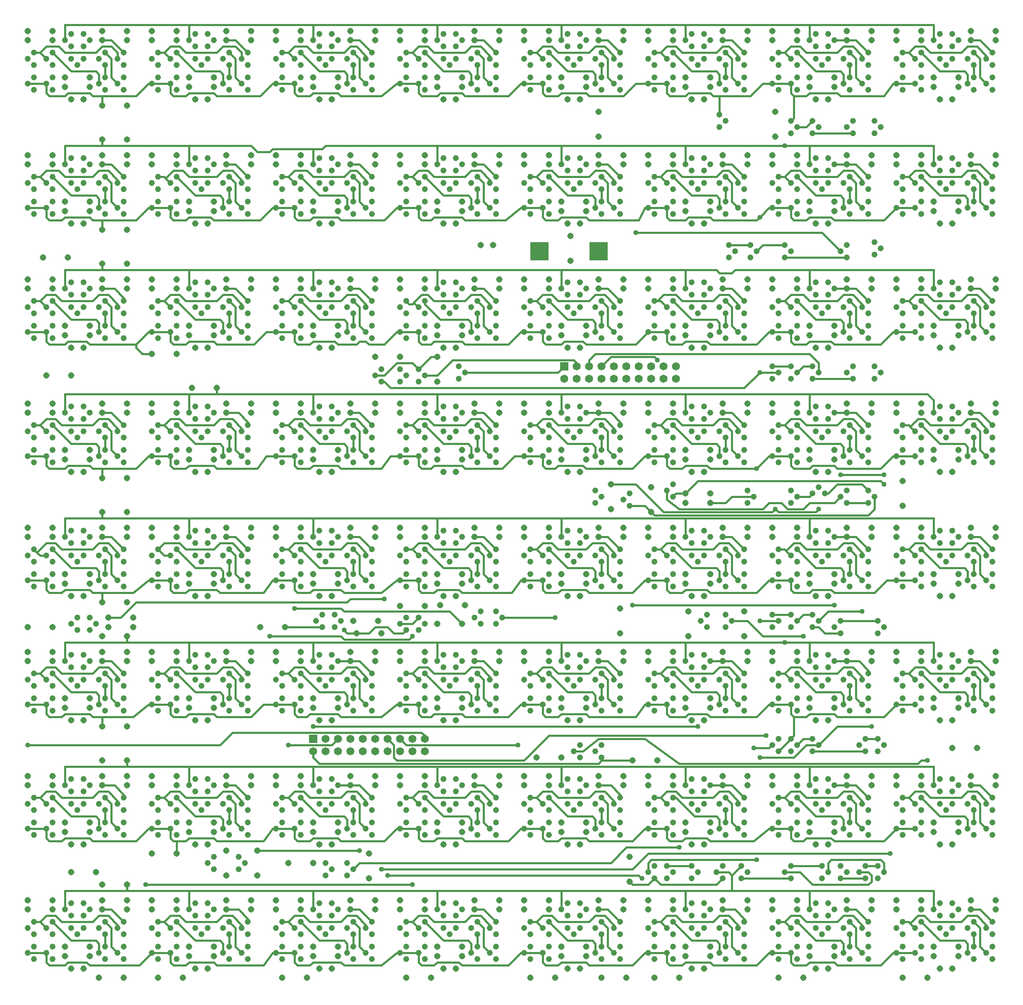
<source format=gtl>
G04 Output by ViewMate Deluxe V11.0.9  PentaLogix LLC*
G04 Fri Nov 28 06:42:21 2014*
%FSLAX33Y33*%
%MOMM*%
%IPPOS*%
%ADD10C,1.3081*%
%ADD11C,1.209*%
%ADD16C,1.016*%
%ADD115R,1.651X1.651*%
%ADD116C,1.651*%
%ADD117R,3.81X3.81*%
%ADD118C,0.4064*%

%LPD*%
X0Y0D2*D118*G1X22631Y66929D2*X20091Y69469D1*X18186Y69469*X46761Y162179D2*X45491Y163449D1*X45491Y167259*X46761Y167259D2*X46761Y167894D1*X44856Y169799*X43586Y171069D2*X45491Y171069D1*X48031Y168529*X69621Y168529D2*X70891Y167259D1*X68986Y171069D2*X70891Y171069D1*X73431Y168529*X121691Y167259D2*X120421Y168529D1*X122961Y167259D2*X122961Y167894D1*X121056Y169799*X119151Y169799*X98831Y168529D2*X96291Y171069D1*X94386Y171069*X95656Y169799D2*X97561Y167894D1*X97561Y167259*X96291Y167259D2*X96291Y163449D1*X97561Y162179*X86766Y94869D2*X86766Y98679D1*X68986Y94869D2*X70891Y94869D1*X73431Y92329*X121691Y14859D2*X120421Y16129D1*X124231Y16129D2*X121691Y18669D1*X119786Y18669*X97561Y14859D2*X97561Y15494D1*X97561Y9779D2*X96291Y11049D1*X96291Y14859*X97561Y15494D2*X95656Y17399D1*X98831Y16129D2*X96291Y18669D1*X94386Y18669*X77876Y52324D2*X76606Y53594D1*X78511Y49149D2*X77876Y49784D1*X77876Y52324*X79146Y53594D2*X80416Y52324D1*X103276Y52324*X109626Y54229D2*X104546Y49149D1*X78511Y49149*X73431Y41529D2*X70891Y44069D1*X68986Y44069*X66446Y44069*X56286Y52324D2*X65176Y52324D1*X66446Y53594*X69621Y66929D2*X70891Y65659D1*X66446Y69469D2*X68986Y69469D1*X70891Y69469*X73431Y66929*X82956Y78359D2*X81686Y77089D1*X79146Y77089*X75971Y82169D2*X68986Y82169D1*X68351Y81534*X25171Y81534*X19456Y78359D2*X21996Y78359D1*X25171Y81534*X22631Y92329D2*X20091Y94869D1*X18186Y94869*X18186Y120269D2*X20091Y120269D1*X22631Y117729*X46761Y111379D2*X45491Y112649D1*X45491Y116459*X46761Y116459D2*X46761Y117094D1*X44856Y118999*X43586Y120269D2*X46126Y120269D1*X48031Y118364*X48031Y117729*X68986Y120269D2*X70891Y120269D1*X70891Y116459D2*X69621Y117729D1*X70891Y120269D2*X73431Y117729D1*X74066Y127889D2*X75971Y127889D1*X68986Y145669D2*X70891Y145669D1*X73431Y143129*X61366Y149479D2*X86766Y149479D1*X55016Y143129D2*X56286Y143129D1*X57556Y141859D2*X56286Y143129D1*X57556Y144399*X59461Y144399*X58826Y143129D2*X62636Y139319D1*X67716Y139319*X68351Y136779D2*X68351Y138684D1*X67716Y139319*X69621Y138049D2*X69621Y140589D1*X72161Y136779D2*X70891Y138049D1*X70891Y141859*X69621Y143129*X72161Y141859D2*X72161Y142494D1*X70256Y144399*X68351Y144399*X67081Y143129*X60731Y143129*X59461Y144399*X61366Y145669D2*X61366Y149479D1*X35966Y149479*X5486Y168529D2*X4216Y168529D1*X22631Y168529D2*X20091Y171069D1*X18186Y171069*X16916Y164719D2*X11836Y164719D1*X8026Y168529*X10566Y171069D2*X10566Y174879D1*X18186Y174879*X18186Y176149D2*X18186Y174879D1*X35966Y174879*X34696Y169799D2*X35966Y168529D1*X41681Y168529*X42951Y169799*X44856Y169799*X45491Y167259D2*X44221Y168529D1*X44221Y163449D2*X44221Y165989D1*X42951Y162179D2*X42951Y164084D1*X42316Y164719*X37236Y164719*X33426Y168529*X29616Y168529D2*X30886Y168529D1*X31204Y168212*X32156Y167259D2*X31204Y168212D1*X32791Y169799*X34696Y169799*X35966Y171069D2*X35966Y174879D1*X48666Y174879*X49936Y173609*X52476Y173609*X53111Y174244*X61366Y174244*X60096Y169799D2*X61366Y168529D1*X67716Y168529*X68986Y169799*X70256Y169799*X72161Y167894*X72161Y167259*X72161Y162179D2*X70891Y163449D1*X70891Y167259*X69621Y163449D2*X69621Y165989D1*X68351Y162179D2*X68351Y164084D1*X67716Y164719*X62636Y164719*X58826Y168529*X55016Y168529D2*X56286Y168529D1*X57556Y167259D2*X56286Y168529D1*X57556Y169799*X60096Y169799*X61366Y171069D2*X61366Y174244D1*X63271Y174244*X63906Y174879*X86766Y174879*X84861Y169799D2*X86131Y168529D1*X92481Y168529*X93751Y169799*X95656Y169799*X96291Y167259D2*X95021Y168529D1*X95021Y163449D2*X95021Y165989D1*X93751Y162179D2*X93751Y164084D1*X93116Y164719*X88036Y164719*X84226Y168529*X80416Y168529D2*X81686Y168529D1*X82956Y167259D2*X81686Y168529D1*X82956Y169799*X84861Y169799*X86766Y171069D2*X86766Y174879D1*X112166Y174879*X110261Y169799D2*X111531Y168529D1*X117881Y168529*X119151Y169799*X119786Y171069D2*X121691Y171069D1*X124231Y168529*X200431Y117729D2*X197891Y120269D1*X195986Y120269*X184556Y136779D2*X180746Y136779D1*X200431Y168529D2*X197891Y171069D1*X195986Y171069*X175031Y193929D2*X172491Y196469D1*X170586Y196469*X168046Y196469*X160426Y193929D2*X164236Y190119D1*X156616Y193929D2*X157886Y193929D1*X159156Y192659D2*X157886Y193929D1*X159156Y195199*X161061Y195199*X162966Y199644D2*X188366Y199644D1*X188366Y196469*X183286Y193929D2*X182016Y193929D1*X185826Y193929D2*X189636Y190119D1*X194716Y190119*X195351Y189484*X195351Y187579*X200431Y193929D2*X197891Y196469D1*X195986Y196469*X197891Y192659D2*X196621Y193929D1*X196621Y188849D2*X196621Y191389D1*X199161Y187579D2*X197891Y188849D1*X197891Y192659*X199161Y192659D2*X199161Y193294D1*X197256Y195199*X195351Y195199*X194081Y193929*X187731Y193929*X186461Y195199*X184556Y195199*X183286Y193929*X184556Y192659*X184556Y187579D2*X180746Y187579D1*X180111Y187579*X178206Y185039*X169316Y185039*X168681Y185674*X164236Y190119D2*X169316Y190119D1*X159791Y185039D2*X162331Y185039D1*X162966Y185674*X168681Y185674*X169951Y187579D2*X169951Y189484D1*X169316Y190119*X171221Y188849D2*X171221Y191389D1*X173761Y187579D2*X172491Y188849D1*X172491Y192659*X171221Y193929*X173761Y192659D2*X173761Y193294D1*X171856Y195199*X169951Y195199*X168681Y193929*X162331Y193929*X161061Y195199*X162966Y196469D2*X162966Y199644D1*X137566Y199644*X119786Y196469D2*X121691Y196469D1*X124231Y193929*X131216Y193929D2*X132486Y193929D1*X133756Y192659D2*X132486Y193929D1*X133756Y195199*X135661Y195199*X135026Y193929D2*X138836Y190119D1*X143916Y190119*X144551Y189484*X144551Y187579*X149631Y193929D2*X147091Y196469D1*X145186Y196469*X147091Y192659D2*X145821Y193929D1*X145821Y188849D2*X145821Y191389D1*X148361Y187579D2*X147091Y188849D1*X147091Y192659*X148361Y192659D2*X148361Y193294D1*X146456Y195199*X145186Y195199*X143916Y193929*X136931Y193929*X135661Y195199*X137566Y196469D2*X137566Y199644D1*X112166Y199644*X105816Y193929D2*X107086Y193929D1*X108356Y192659D2*X107086Y193929D1*X108356Y195199*X110261Y195199*X109626Y193929D2*X113436Y190119D1*X118516Y190119*X119151Y187579D2*X119151Y189484D1*X118516Y190119*X120421Y188849D2*X120421Y191389D1*X122961Y187579D2*X121691Y188849D1*X121691Y192659*X120421Y193929*X122961Y192659D2*X122961Y193294D1*X121056Y195199*X119151Y195199*X117881Y193929*X111531Y193929*X110261Y195199*X112166Y196469D2*X112166Y199644D1*X86766Y199644*X68986Y196469D2*X70891Y196469D1*X73431Y193929*X80416Y193929D2*X81686Y193929D1*X82956Y192659D2*X81686Y193929D1*X82956Y195199*X84861Y195199*X84226Y193929D2*X88036Y190119D1*X93116Y190119*X93751Y189484*X93751Y187579*X98831Y193929D2*X96291Y196469D1*X94386Y196469*X96291Y192659D2*X95021Y193929D1*X95021Y188849D2*X95021Y191389D1*X97561Y187579D2*X96291Y188849D1*X96291Y192659*X97561Y192659D2*X97561Y193294D1*X95656Y195199*X93751Y195199*X92481Y193929*X86131Y193929*X84861Y195199*X86766Y196469D2*X86766Y199644D1*X61366Y199644*X56286Y193929D2*X55016Y193929D1*X60096Y195199D2*X57556Y195199D1*X56286Y193929*X57556Y192659*X58826Y193929D2*X62636Y190119D1*X67716Y190119*X68351Y187579D2*X68351Y189484D1*X67716Y190119*X69621Y188849D2*X69621Y191389D1*X72161Y187579D2*X70891Y188849D1*X70891Y192659*X69621Y193929*X72161Y192659D2*X72161Y193294D1*X70256Y195199*X68986Y195199*X67716Y193929*X61366Y193929*X60096Y195199*X61366Y196469D2*X61366Y199644D1*X35966Y199644*X18186Y196469D2*X20091Y196469D1*X22631Y193929*X29616Y193929D2*X30886Y193929D1*X32156Y192659D2*X30886Y193929D1*X32156Y195199*X34061Y195199*X33426Y193929D2*X37236Y190119D1*X42316Y190119*X42951Y189484*X42951Y187579*X48031Y193929D2*X45491Y196469D1*X43586Y196469*X45491Y192659D2*X44221Y193929D1*X44221Y188849D2*X44221Y191389D1*X46761Y187579D2*X45491Y188849D1*X45491Y192659*X46761Y192659D2*X46761Y193929D1*X45491Y195199*X42951Y195199*X41681Y193929*X35331Y193929*X34061Y195199*X35966Y196469D2*X35966Y199644D1*X10566Y199644*X10566Y196469*X5486Y193929D2*X4216Y193929D1*X8026Y193929D2*X11836Y190119D1*X16916Y190119*X17551Y187579D2*X17551Y189484D1*X16916Y190119*X18821Y188849D2*X18821Y191389D1*X21361Y187579D2*X20091Y188849D1*X20091Y192659*X18821Y193929*X21361Y192659D2*X21361Y193929D1*X20091Y195199*X18186Y195199*X16916Y193929*X10566Y193929*X9296Y195199*X6756Y195199*X5486Y193929*X6756Y192659*X2946Y187579D2*X6756Y187579D1*X6756Y185674*X7391Y185039*X10566Y185039*X11201Y185674*X15646Y185674*X16281Y185039*X18186Y185039*X18186Y183134D2*X18186Y185039D1*X25171Y185039*X27711Y187579*X28346Y187579*X32156Y187579*X32156Y185674*X32791Y185039*X35331Y185039*X35966Y185674*X41046Y185674*X41681Y185039*X50571Y185039*X53111Y187579*X53746Y187579*X57556Y187579*X57556Y185674*X58191Y185039*X60731Y185039*X61366Y185674*X66446Y185674*X67081Y185039*X75336Y185039*X78511Y187579*X79146Y187579*X82956Y187579*X82956Y185674*X83591Y185039*X86766Y185039*X87401Y185674*X91846Y185674*X92481Y185039*X101371Y185039*X103911Y187579*X104546Y187579*X108356Y187579*X108356Y185674*X108991Y185039*X111531Y185039*X112166Y185674*X117246Y185674*X117881Y185039*X124866Y185039*X127406Y187579*X129946Y187579*X133756Y187579*X133756Y185674*X134391Y185039*X137566Y185039*X138201Y185674*X142646Y185674*X143281Y185039*X144551Y185039*X144551Y181229D2*X144551Y185039D1*X150901Y185039*X153441Y187579*X155346Y187579*X159156Y187579*X159156Y185674*X159791Y185039*X159791Y180594*X159156Y179959*X160426Y178689D2*X162331Y178689D1*X163601Y179959*X172491Y171069D2*X175031Y168529D1*X168046Y171069D2*X170586Y171069D1*X172491Y171069*X163601Y177419D2*X171856Y177419D1*X162966Y171069D2*X162966Y174879D1*X159156Y167259D2*X157886Y168529D1*X160426Y168529D2*X164236Y164719D1*X169316Y164719*X169951Y162179D2*X169951Y164084D1*X169316Y164719*X172491Y167259D2*X171221Y168529D1*X171221Y163449D2*X171221Y165989D1*X173761Y162179D2*X172491Y163449D1*X172491Y167259*X173761Y167259D2*X173761Y167894D1*X171856Y169799*X169951Y169799*X168681Y168529*X162331Y168529*X161061Y169799*X159156Y169799*X157886Y168529*X156616Y168529*X149631Y168529D2*X147091Y171069D1*X145186Y171069*X145186Y169799D2*X146456Y169799D1*X148361Y167894*X148361Y167259*X147091Y167259D2*X147091Y163449D1*X148361Y162179*X131216Y143129D2*X131851Y143129D1*X124231Y143129D2*X121691Y145669D1*X119786Y145669*X137566Y149479D2*X112166Y149479D1*X147726Y149479D2*X147091Y148844D1*X144551Y148844*X143916Y149479*X137566Y149479*X137566Y145669*X148361Y136779D2*X147091Y138049D1*X147091Y141859*X148361Y141859D2*X148361Y142494D1*X146456Y144399*X144551Y144399*X147091Y141859D2*X145821Y143129D1*X145821Y138049D2*X145821Y140589D1*X144551Y136779D2*X144551Y138684D1*X143916Y139319*X138836Y139319*X135026Y143129*X133756Y141859D2*X132486Y143129D1*X131851Y143129*X133121Y144399*X135661Y144399*X136931Y143129*X143281Y143129*X144551Y144399*X145186Y145669D2*X147091Y145669D1*X149631Y143129*X157886Y143129D2*X156616Y143129D1*X162966Y145669D2*X162966Y149479D1*X168046Y145669D2*X170586Y145669D1*X172491Y145669*X175031Y143129*X171221Y138049D2*X171221Y140589D1*X173761Y136779D2*X172491Y138049D1*X172491Y141859*X171221Y143129*X173761Y141859D2*X173761Y142494D1*X171856Y144399*X169951Y144399*X168681Y143129*X162966Y143129*X161696Y144399*X159156Y144399*X157886Y143129*X159156Y141859*X160426Y143129D2*X164236Y139319D1*X169316Y139319*X169951Y138684*X169951Y136779*X163601Y129794D2*X161696Y129794D1*X160426Y128524*X155346Y129794D2*X159156Y129794D1*X156616Y128524D2*X152806Y128524D1*X149631Y125349*X112166Y124079D2*X137566Y124079D1*X117881Y129794D2*X117881Y131064D1*X119151Y132334*X162966Y132334*X164871Y130429*X164871Y128524*X172491Y120269D2*X175031Y117729D1*X172491Y116459D2*X171221Y117729D1*X173761Y116459D2*X173761Y117094D1*X171856Y118999*X169951Y118999*X161061Y118999D2*X162331Y117729D1*X168681Y117729*X169951Y118999*X168046Y120269D2*X170586Y120269D1*X172491Y120269*X163601Y127254D2*X171856Y127254D1*X162966Y124079D2*X137566Y124079D1*X137566Y120269*X131851Y131064D2*X131216Y131699D1*X122326Y131699*X120421Y129794*X124231Y117729D2*X124231Y118364D1*X122326Y120269*X119786Y120269*X117246Y120269*X121691Y116459D2*X120421Y117729D1*X122961Y116459D2*X122961Y117094D1*X121056Y118999*X119151Y118999*X117881Y117729*X111531Y117729*X110261Y118999*X97561Y116459D2*X97561Y117094D1*X97561Y111379D2*X96291Y112649D1*X96291Y116459*X97561Y117094D2*X95656Y118999D1*X98831Y117729D2*X96291Y120269D1*X94386Y120269*X92481Y128524D2*X111531Y128524D1*X112801Y129794*X115341Y129794D2*X115341Y130429D1*X114706Y131064*X89941Y131064*X84226Y127889D2*X86766Y127889D1*X89941Y131064*X97561Y136779D2*X96291Y138049D1*X96291Y141859*X97561Y141859D2*X97561Y142494D1*X95656Y144399*X94386Y145669D2*X96291Y145669D1*X98831Y143129*X105816Y143129D2*X107086Y143129D1*X108356Y141859D2*X107086Y143129D1*X108356Y144399*X110261Y144399*X109626Y143129D2*X113436Y139319D1*X118516Y139319*X119151Y136779D2*X119151Y138684D1*X118516Y139319*X120421Y138049D2*X120421Y140589D1*X122961Y136779D2*X121691Y138049D1*X121691Y141859*X120421Y143129*X122961Y141859D2*X122961Y142494D1*X121056Y144399*X119151Y144399*X117881Y143129*X111531Y143129*X110261Y144399*X112166Y145669D2*X112166Y149479D1*X86766Y149479*X86766Y145669*X87401Y139319D2*X84226Y142494D1*X84226Y143129*X80416Y143129D2*X81051Y142494D1*X81686Y142494*X82004Y142812*X82956Y141859D2*X82004Y142812D1*X83591Y144399*X84861Y144399*X86131Y143129*X92481Y143129*X93751Y144399*X95656Y144399*X96291Y141859D2*X95021Y143129D1*X95021Y138049D2*X95021Y140589D1*X93751Y136779D2*X93751Y138684D1*X93116Y139319*X87401Y139319*X85496Y134239D2*X86131Y134874D1*X91846Y134874*X92481Y134239*X101371Y134239*X103911Y136779*X104546Y136779*X108356Y136779*X108356Y134874*X108991Y134239*X112166Y134239*X112801Y134874*X116611Y134874*X117246Y134239*X127406Y134239*X129946Y136779*X133756Y136779*X133756Y134874*X134391Y134239*X136931Y134239*X137566Y134874*X142011Y134874*X142646Y134239*X152171Y134239*X154711Y136779*X155346Y136779*X159156Y136779*X159156Y134874*X159791Y134239*X162331Y134239*X162966Y134874*X167411Y134874*X168046Y134239*X177571Y134239*X180111Y136779*X180746Y136779*X183286Y143129D2*X182016Y143129D1*X187096Y144399D2*X184556Y144399D1*X183286Y143129*X184556Y141859*X185826Y143129D2*X189636Y139319D1*X194716Y139319*X195351Y138684*X195351Y136779*X200431Y143129D2*X197891Y145669D1*X195986Y145669*X197891Y141859D2*X196621Y143129D1*X196621Y138049D2*X196621Y140589D1*X199161Y136779D2*X197891Y138049D1*X197891Y141859*X199161Y141859D2*X199161Y142494D1*X197256Y144399*X195351Y144399*X194081Y143129*X188366Y143129*X187096Y144399*X188366Y145669D2*X188366Y149479D1*X162966Y149479*X147726Y149479*X150901Y154559D2*X146456Y154559D1*X152171Y153289D2*X153441Y154559D1*X157886Y154559*X170586Y152019D2*X157886Y152019D1*X169316Y153289D2*X165506Y157099D1*X127406Y157099*X122961Y162179D2*X121691Y163449D1*X121691Y167259*X120421Y163449D2*X120421Y165989D1*X119151Y162179D2*X119151Y164084D1*X118516Y164719*X113436Y164719*X109626Y168529*X105816Y168529D2*X107086Y168529D1*X108356Y167259D2*X107086Y168529D1*X108356Y169799*X110261Y169799*X112166Y171069D2*X112166Y174879D1*X137566Y174879*X135661Y169799D2*X136931Y168529D1*X143916Y168529*X145186Y169799*X147091Y167259D2*X145821Y168529D1*X145821Y163449D2*X145821Y165989D1*X144551Y162179D2*X144551Y164084D1*X143916Y164719*X138836Y164719*X135026Y168529*X131216Y168529D2*X132486Y168529D1*X133756Y167259D2*X132486Y168529D1*X133756Y169799*X135661Y169799*X137566Y171069D2*X137566Y174879D1*X157886Y174879*X162966Y174879*X188366Y174879*X188366Y171069*X183286Y168529D2*X182016Y168529D1*X185826Y168529D2*X189636Y164719D1*X194716Y164719*X195351Y162179D2*X195351Y164084D1*X194716Y164719*X197891Y167259D2*X196621Y168529D1*X196621Y163449D2*X196621Y165989D1*X199161Y162179D2*X197891Y163449D1*X197891Y167259*X199161Y167259D2*X199161Y167894D1*X197256Y169799*X195351Y169799*X194081Y168529*X187731Y168529*X186461Y169799*X184556Y169799*X183286Y168529*X184556Y167259*X184556Y162179D2*X180746Y162179D1*X178206Y159639*X168046Y159639*X167411Y160274*X162966Y160274*X162331Y159639*X159791Y159639*X159156Y160274*X159156Y162179*X155346Y162179*X154711Y162179*X152806Y160274*X152171Y159639*X143281Y159639*X142646Y160274*X138201Y160274*X137566Y159639*X134391Y159639*X133756Y160274*X133756Y162179*X129946Y162179*X129311Y162179*X128041Y159639*X117881Y159639*X117246Y160274*X112166Y160274*X111531Y159639*X108991Y159639*X108356Y160274*X108356Y162179*X104546Y162179*X103911Y162179*X100736Y159639*X92481Y159639*X91846Y160274*X86131Y160274*X85496Y159639*X83591Y159639*X82956Y160274*X82956Y162179*X79146Y162179*X78511Y162179*X75971Y159639*X67081Y159639*X66446Y160274*X61366Y160274*X60731Y159639*X58191Y159639*X57556Y160274*X57556Y162179*X53746Y162179*X53111Y162179*X50571Y159639*X41046Y159639*X40411Y160274*X35966Y160274*X35331Y159639*X32791Y159639*X32156Y160274*X32156Y162179*X28346Y162179*X27711Y162179*X25171Y159639*X18186Y159639*X17551Y162179D2*X17551Y164084D1*X16916Y164719*X20091Y167259D2*X18821Y168529D1*X18821Y163449D2*X18821Y165989D1*X21361Y162179D2*X20091Y163449D1*X20091Y167259*X21361Y167259D2*X21361Y167894D1*X19456Y169799*X17551Y169799*X16281Y168529*X10566Y168529*X9296Y169799*X6756Y169799*X5486Y168529*X6756Y167259*X2946Y162179D2*X6756Y162179D1*X6756Y160274*X7391Y159639*X9931Y159639*X10566Y160274*X15646Y160274*X16281Y159639*X18186Y159639*X18186Y157734*X18186Y145669D2*X20726Y145669D1*X22631Y143764*X22631Y143129*X29616Y143129D2*X30886Y143129D1*X32156Y141859D2*X30886Y143129D1*X32156Y144399*X34061Y144399*X33426Y143129D2*X37236Y139319D1*X42316Y139319*X42951Y138684*X42951Y136779*X48031Y143129D2*X45491Y145669D1*X43586Y145669*X45491Y141859D2*X44221Y143129D1*X44221Y138049D2*X44221Y140589D1*X46761Y136779D2*X45491Y138049D1*X45491Y141859*X46761Y141859D2*X46761Y142494D1*X44856Y144399*X42951Y144399*X41681Y143129*X35331Y143129*X34061Y144399*X35966Y145669D2*X35966Y149479D1*X18186Y149479*X18186Y150749D2*X18186Y149479D1*X10566Y149479*X10566Y145669*X5486Y143129D2*X4216Y143129D1*X8026Y143129D2*X11836Y139319D1*X16916Y139319*X17551Y136779D2*X17551Y138684D1*X16916Y139319*X18821Y138049D2*X18821Y140589D1*X21361Y136779D2*X20091Y138049D1*X20091Y141859*X18821Y143129*X21361Y141859D2*X21361Y142494D1*X19456Y144399*X17551Y144399*X16281Y143129*X9931Y143129*X8661Y144399*X6756Y144399*X5486Y143129*X6756Y141859*X2946Y136779D2*X6756Y136779D1*X6756Y134874*X7391Y134239*X10566Y134239*X11201Y134874*X15011Y134874*X15646Y134239*X25171Y134239*X28346Y132334D2*X26441Y132334D1*X25171Y133604*X25171Y134239*X27711Y136779*X28346Y136779*X32156Y136779*X32156Y134874*X32791Y134239*X35331Y134239*X35966Y134874*X41046Y134874*X41681Y134239*X49301Y134239*X51841Y136779*X53746Y136779*X57556Y136779*X57556Y134874*X58191Y134239*X60731Y134239*X61366Y134874*X65811Y134874*X66446Y134239*X70256Y134239*X70891Y134874*X72161Y134874*X72796Y134239*X75971Y134239*X78511Y136779*X79146Y136779*X82956Y136779*X82956Y134874*X83591Y134239*X85496Y134239*X86766Y131699D2*X85496Y131699D1*X82956Y129159*X81686Y130429*X78511Y130429*X75971Y127889*X75336Y126619D2*X75971Y126619D1*X77241Y125349*X149631Y125349*X149631Y117729D2*X147091Y120269D1*X145186Y120269*X146456Y118999D2*X148361Y117094D1*X148361Y116459*X145821Y112649D2*X145821Y115189D1*X144551Y111379D2*X144551Y113284D1*X143916Y113919*X138836Y113919*X135026Y117729*X131216Y117729D2*X132486Y117729D1*X133756Y116459D2*X132486Y117729D1*X133756Y118999*X135661Y118999*X136931Y117729*X143281Y117729*X144551Y118999*X146456Y118999*X145821Y117729D2*X147091Y116459D1*X147091Y112649*X148361Y111379*X151536Y103124D2*X147091Y103124D1*X145821Y101854*X142646Y101854*X112166Y98679D2*X137566Y98679D1*X124231Y92329D2*X121691Y94869D1*X119786Y94869*X126136Y101219D2*X129311Y101219D1*X130581Y99949*X131216Y99314*X175031Y99314*X176301Y100584*X176301Y103124*X170586Y101854D2*X175031Y101854D1*X161696Y100584D2*X162966Y101854D1*X168046Y101854*X169316Y103124*X178206Y107569D2*X169316Y107569D1*X178206Y105664D2*X177571Y106299D1*X140106Y106299*X137566Y103759*X135661Y103759*X135026Y103124*X133756Y104394D2*X133756Y102489D1*X136296Y100584*X153441Y100584*X154711Y101854*X157251Y101854*X158521Y100584*X161696Y100584*X160426Y103124D2*X162966Y103124D1*X163601Y103759*X166141Y103759D2*X166776Y103759D1*X168681Y105664*X173761Y105664*X175031Y104394*X173761Y111379D2*X172491Y112649D1*X172491Y116459*X171221Y112649D2*X171221Y115189D1*X169951Y111379D2*X169951Y113284D1*X169316Y113919*X164236Y113919*X160426Y117729*X156616Y117729D2*X157886Y117729D1*X159156Y116459D2*X157886Y117729D1*X159156Y118999*X161061Y118999*X162966Y120269D2*X162966Y124079D1*X187096Y124079*X188366Y122809*X188366Y120269*X182016Y117729D2*X183286Y117729D1*X183604Y117412*X185826Y117729D2*X189636Y113919D1*X194716Y113919*X195351Y111379D2*X195351Y113284D1*X194716Y113919*X197891Y116459D2*X196621Y117729D1*X196621Y112649D2*X196621Y115189D1*X199161Y111379D2*X197891Y112649D1*X197891Y116459*X199161Y116459D2*X199161Y117094D1*X197256Y118999*X195351Y118999*X194081Y117729*X187731Y117729*X186461Y118999*X185191Y118999*X183604Y117412*X184556Y116459*X184556Y111379D2*X180746Y111379D1*X180111Y111379*X177571Y108839*X168681Y108839*X168046Y109474*X163601Y109474*X162966Y108839*X159791Y108839*X159156Y109474*X159156Y111379*X155346Y111379*X154711Y111379*X152171Y108839*X142646Y108839*X142011Y109474*X137566Y109474*X136931Y108839*X134391Y108839*X133756Y109474*X133756Y111379*X129946Y111379*X129311Y111379*X126771Y108839*X122961Y111379D2*X121691Y112649D1*X121691Y116459*X120421Y112649D2*X120421Y115189D1*X119151Y111379D2*X119151Y113284D1*X118516Y113919*X113436Y113919*X109626Y117729*X105816Y117729D2*X107086Y117729D1*X108356Y116459D2*X107086Y117729D1*X108356Y118999*X110261Y118999*X112166Y120269D2*X112166Y124079D1*X86766Y124079*X84861Y118999D2*X86131Y117729D1*X92481Y117729*X93751Y118999*X95656Y118999*X96291Y116459D2*X95021Y117729D1*X95021Y112649D2*X95021Y115189D1*X93751Y111379D2*X93751Y113284D1*X93116Y113919*X88036Y113919*X84226Y117729*X80416Y117729D2*X81686Y117729D1*X82956Y116459D2*X81686Y117729D1*X82956Y118999*X84861Y118999*X86766Y120269D2*X86766Y124079D1*X61366Y124079*X59461Y118999D2*X60731Y117729D1*X67081Y117729*X68351Y118999*X70256Y118999*X72161Y117094*X72161Y116459*X72161Y111379D2*X70891Y112649D1*X70891Y116459*X69621Y112649D2*X69621Y115189D1*X68351Y111379D2*X68351Y113284D1*X67716Y113919*X62636Y113919*X58826Y117729*X55016Y117729D2*X56286Y117729D1*X57556Y116459D2*X56286Y117729D1*X57556Y118999*X59461Y118999*X61366Y120269D2*X61366Y124079D1*X41681Y124079*X41681Y125349D2*X41681Y124079D1*X35966Y124079*X34061Y118999D2*X35331Y117729D1*X41046Y117729*X42316Y118999*X44856Y118999*X45491Y116459D2*X44221Y117729D1*X44221Y112649D2*X44221Y115189D1*X42951Y111379D2*X42951Y113284D1*X42316Y113919*X37236Y113919*X33426Y117729*X29616Y117729D2*X30886Y117729D1*X32156Y116459D2*X30886Y117729D1*X32156Y118999*X34061Y118999*X35966Y120269D2*X35966Y124079D1*X10566Y124079*X10566Y120269*X5486Y117729D2*X4216Y117729D1*X8026Y117729D2*X11836Y113919D1*X16916Y113919*X17551Y111379D2*X17551Y113284D1*X16916Y113919*X20091Y116459D2*X18821Y117729D1*X18821Y112649D2*X18821Y115189D1*X21361Y111379D2*X20091Y112649D1*X20091Y116459*X21361Y116459D2*X21361Y117094D1*X19456Y118999*X17551Y118999*X16281Y117729*X9931Y117729*X8661Y118999*X6756Y118999*X5486Y117729*X6756Y116459*X2946Y111379D2*X6756Y111379D1*X6756Y109474*X7391Y108839*X10566Y108839*X11201Y109474*X15646Y109474*X16281Y108839*X18186Y108839*X18186Y106934D2*X18186Y108839D1*X25171Y108839*X27711Y111379*X28346Y111379*X32156Y111379*X32156Y109474*X32791Y108839*X35331Y108839*X35966Y109474*X41046Y109474*X41681Y108839*X49936Y108839*X51841Y111379*X53746Y111379*X57556Y111379*X57556Y109474*X58191Y108839*X60731Y108839*X61366Y109474*X66446Y109474*X67081Y108839*X75336Y108839*X77241Y111379*X79146Y111379*X82956Y111379*X82956Y109474*X83591Y108839*X85496Y108839*X86131Y109474*X91846Y109474*X92481Y108839*X100101Y108839*X102641Y111379*X104546Y111379*X108356Y111379*X108356Y109474*X108991Y108839*X110896Y108839*X111531Y109474*X116611Y109474*X117246Y108839*X126771Y108839*X122326Y105664D2*X127406Y105664D1*X133121Y99949*X155346Y99949*X155981Y100584*X156616Y99949*X164236Y99949*X164871Y100584*X168046Y94869D2*X170586Y94869D1*X172491Y94869*X175031Y92329*X184556Y85979D2*X180746Y85979D1*X178841Y85979*X176301Y83439*X168046Y83439*X167411Y84074*X163601Y84074*X162966Y83439*X159791Y83439*X159156Y84074*X159156Y85979*X155346Y85979*X154711Y85979*X152171Y83439*X142646Y83439*X142011Y84074*X137566Y84074*X136931Y83439*X134391Y83439*X133756Y84074*X133756Y85979*X129946Y85979*X126771Y83439D2*X129311Y85979D1*X129946Y85979*X131216Y92329D2*X132486Y92329D1*X133756Y91059D2*X132486Y92329D1*X133756Y93599*X135661Y93599*X135026Y92329D2*X138836Y88519D1*X143916Y88519*X144551Y87884*X144551Y85979*X149631Y92329D2*X147091Y94869D1*X145186Y94869*X147091Y91059D2*X145821Y92329D1*X145821Y87249D2*X145821Y89789D1*X148361Y85979D2*X147091Y87249D1*X147091Y91059*X148361Y91059D2*X148361Y91694D1*X146456Y93599*X144551Y93599*X143281Y92329*X136931Y92329*X135661Y93599*X137566Y94869D2*X137566Y98679D1*X162966Y98679*X159791Y93599D2*X161061Y93599D1*X156616Y92329D2*X157886Y92329D1*X158204Y92012*X159156Y91059D2*X158204Y92012D1*X159791Y93599*X160426Y92329D2*X164236Y88519D1*X169316Y88519*X169951Y85979D2*X169951Y87884D1*X169316Y88519*X171221Y87249D2*X171221Y89789D1*X173761Y85979D2*X172491Y87249D1*X172491Y91059*X171221Y92329*X173761Y91059D2*X173761Y91694D1*X171856Y93599*X169951Y93599*X168681Y92329*X162331Y92329*X161061Y93599*X162966Y94869D2*X162966Y98679D1*X188366Y98679*X188366Y94869*X200431Y92329D2*X197891Y94869D1*X195986Y94869*X197256Y93599D2*X199161Y91694D1*X199161Y91059*X196621Y87249D2*X196621Y89789D1*X195351Y85979D2*X195351Y87884D1*X194716Y88519*X189636Y88519*X185826Y92329*X182016Y92329D2*X183286Y92329D1*X184556Y91059D2*X183286Y92329D1*X184556Y93599*X186461Y93599*X187731Y92329*X194081Y92329*X195351Y93599*X197256Y93599*X196621Y92329D2*X197891Y91059D1*X197891Y87249*X199161Y85979*X200431Y66929D2*X197891Y69469D1*X195986Y69469*X168046Y44069D2*X170586Y44069D1*X172491Y44069*X175031Y41529*X200431Y16129D2*X197891Y18669D1*X195986Y18669*X172491Y14859D2*X171221Y16129D1*X175031Y16129D2*X172491Y18669D1*X170586Y18669*X159156Y27559D2*X165506Y27559D1*X147726Y18669D2*X149631Y16764D1*X149631Y16129*X148361Y9779D2*X147091Y11049D1*X147091Y14859*X148361Y14859D2*X148361Y15494D1*X146456Y17399*X147726Y18669D2*X145186Y18669D1*X147091Y25654D2*X146456Y26289D1*X143916Y26289*X133756Y27559D2*X138836Y27559D1*X125501Y31369D2*X136296Y31369D1*X126136Y24384D2*X126771Y23749D1*X129946Y23749*X131216Y25019*X132486Y23749*X143916Y23749*X145186Y25019*X137566Y22479D2*X147091Y22479D1*X135661Y17399D2*X136931Y16129D1*X143281Y16129*X144551Y17399*X146456Y17399*X147091Y14859D2*X145821Y16129D1*X145821Y11049D2*X145821Y13589D1*X144551Y9779D2*X144551Y11684D1*X143916Y12319*X138836Y12319*X135026Y16129*X131216Y16129D2*X132486Y16129D1*X133756Y14859D2*X132486Y16129D1*X133756Y17399*X135661Y17399*X137566Y18669D2*X137566Y22479D1*X112166Y22479*X110261Y17399D2*X111531Y16129D1*X117881Y16129*X119151Y17399*X121056Y17399*X122961Y15494*X122961Y14859*X122961Y9779D2*X121691Y11049D1*X121691Y14859*X120421Y11049D2*X120421Y13589D1*X119151Y9779D2*X119151Y11684D1*X118516Y12319*X113436Y12319*X109626Y16129*X105816Y16129D2*X107086Y16129D1*X108356Y14859D2*X107086Y16129D1*X108356Y17399*X110261Y17399*X112166Y18669D2*X112166Y22479D1*X86766Y22479*X73431Y16129D2*X70891Y18669D1*X68986Y18669*X86766Y22479D2*X61366Y22479D1*X84861Y17399D2*X86131Y16129D1*X92481Y16129*X93751Y17399*X95656Y17399*X96291Y14859D2*X95021Y16129D1*X95021Y11049D2*X95021Y13589D1*X93751Y9779D2*X93751Y11684D1*X93116Y12319*X88036Y12319*X84226Y16129*X80416Y16129D2*X81686Y16129D1*X82956Y14859D2*X81686Y16129D1*X82956Y17399*X84861Y17399*X86766Y22479D2*X86766Y18669D1*X27076Y23749D2*X81686Y23749D1*X22631Y16129D2*X20091Y18669D1*X18186Y18669*X5486Y16129D2*X4216Y16129D1*X10566Y7239D2*X11201Y7874D1*X15011Y7874*X16916Y12319D2*X11836Y12319D1*X8026Y16129*X10566Y18669D2*X10566Y22479D1*X23266Y22479*X23266Y23749D2*X23266Y22479D1*X35966Y22479*X35966Y18669D2*X35966Y22479D1*X61366Y22479*X61366Y18669*X57556Y14859D2*X56286Y16129D1*X58826Y16129D2*X62636Y12319D1*X67716Y12319*X68351Y9779D2*X68351Y11684D1*X67716Y12319*X70891Y14859D2*X69621Y16129D1*X69621Y11049D2*X69621Y13589D1*X72161Y9779D2*X70891Y11049D1*X70891Y14859*X72161Y14859D2*X72161Y15494D1*X70256Y17399*X68351Y17399*X67081Y16129*X60731Y16129*X59461Y17399*X57556Y17399*X56286Y16129*X55016Y16129*X46126Y18669D2*X48031Y16764D1*X48031Y16129*X46761Y9779D2*X45491Y11049D1*X45491Y14859*X46761Y14859D2*X46761Y15494D1*X44856Y17399*X42951Y17399*X45491Y14859D2*X44221Y16129D1*X44221Y11049D2*X44221Y13589D1*X42951Y9779D2*X42951Y11684D1*X42316Y12319*X37236Y12319*X33426Y16129*X29616Y16129D2*X30886Y16129D1*X32156Y14859D2*X30886Y16129D1*X32156Y17399*X34061Y17399*X35331Y16129*X41681Y16129*X42951Y17399*X46126Y18669D2*X43586Y18669D1*X70891Y30734D2*X49936Y30734D1*X69621Y26924D2*X70891Y28194D1*X122326Y28194*X125501Y31369*X124231Y41529D2*X124231Y42164D1*X122326Y44069*X119786Y44069*X120421Y49784D2*X120421Y49149D1*X126771Y49149D2*X120421Y49149D1*X119786Y48514*X62636Y48514*X61366Y49784*X61366Y51054*X140106Y56134D2*X61366Y56134D1*X109626Y54229D2*X154076Y54229D1*X97561Y65659D2*X97561Y66294D1*X97561Y60579D2*X96291Y61849D1*X96291Y65659*X97561Y66294D2*X95656Y68199D1*X98831Y66929D2*X96291Y69469D1*X94386Y69469*X91846Y77089D2*X89306Y79629D1*X67716Y79629*X55651Y76454D2*X63271Y76454D1*X57556Y80264D2*X67081Y80264D1*X67716Y79629*X67716Y75819D2*X68351Y75184D1*X70256Y75184*X72796Y75184*X74066Y76454*X76606Y76454*X77876Y75184*X79781Y75184*X80416Y75819*X81686Y74549D2*X81051Y73914D1*X67716Y73914*X67081Y74549*X52476Y74549*X48031Y66929D2*X45491Y69469D1*X43586Y69469*X44856Y68199D2*X46761Y66294D1*X46761Y65659*X45491Y65659D2*X45491Y61849D1*X46761Y60579*X42316Y52324D2*X44856Y54864D1*X83591Y54864*X84226Y54229*X84226Y53594*X112166Y47879D2*X86766Y47879D1*X114706Y51054D2*X116611Y51054D1*X119786Y53594*X129311Y53594*X136296Y48514*X185191Y48514*X185826Y49149*X187096Y49149*X172491Y65659D2*X171221Y66929D1*X175031Y66929D2*X175031Y67564D1*X173126Y69469*X170586Y69469*X168046Y69469*X161061Y68199D2*X162331Y66929D1*X168681Y66929*X169951Y68199*X171856Y68199*X173761Y66294*X173761Y65659*X178206Y58039D2*X168681Y58039D1*X168046Y58674*X162966Y58674*X162331Y58039*X159791Y58039*X149631Y66929D2*X147091Y69469D1*X145186Y69469*X142646Y69469*X137566Y69469D2*X137566Y73279D1*X133756Y65659D2*X132486Y66929D1*X135026Y66929D2*X138836Y63119D1*X143916Y63119*X144551Y60579D2*X144551Y62484D1*X143916Y63119*X147091Y65659D2*X145821Y66929D1*X145821Y61849D2*X145821Y64389D1*X148361Y60579D2*X147091Y61849D1*X147091Y65659*X148361Y65659D2*X148361Y66294D1*X146456Y68199*X144551Y68199*X143281Y66929*X136931Y66929*X135661Y68199*X133756Y68199*X132486Y66929*X131216Y66929*X121691Y65659D2*X120421Y66929D1*X124231Y66929D2*X121691Y69469D1*X119786Y69469*X100101Y78359D2*X110896Y78359D1*X97561Y85979D2*X96291Y87249D1*X96291Y91059*X97561Y91059D2*X97561Y91694D1*X95656Y93599*X93751Y93599*X96291Y91059D2*X95021Y92329D1*X95021Y87249D2*X95021Y89789D1*X93751Y85979D2*X93751Y87884D1*X93116Y88519*X88036Y88519*X84226Y92329*X80416Y92329D2*X81686Y92329D1*X82956Y91059D2*X81686Y92329D1*X82956Y93599*X84861Y93599*X86131Y92329*X92481Y92329*X93751Y93599*X94386Y94869D2*X96291Y94869D1*X98831Y92329*X105816Y92329D2*X107086Y92329D1*X108356Y91059D2*X107086Y92329D1*X108356Y93599*X110261Y93599*X109626Y92329D2*X113436Y88519D1*X118516Y88519*X119151Y85979D2*X119151Y87884D1*X118516Y88519*X120421Y87249D2*X120421Y89789D1*X122961Y85979D2*X121691Y87249D1*X121691Y91059*X120421Y92329*X122961Y91059D2*X122961Y91694D1*X121056Y93599*X118516Y93599*X117246Y92329*X111531Y92329*X110261Y93599*X112166Y94869D2*X112166Y98679D1*X86766Y98679*X61366Y98679*X56286Y92329D2*X55016Y92329D1*X60096Y93599D2*X57556Y93599D1*X56286Y92329*X57556Y91059*X58826Y92329D2*X62636Y88519D1*X67716Y88519*X68351Y85979D2*X68351Y87884D1*X67716Y88519*X69621Y87249D2*X69621Y89789D1*X72161Y85979D2*X70891Y87249D1*X70891Y91059*X69621Y92329*X72161Y91059D2*X72161Y91694D1*X70256Y93599*X68351Y93599*X67081Y92329*X61366Y92329*X60096Y93599*X61366Y94869D2*X61366Y98679D1*X35966Y98679*X32156Y91059D2*X30886Y91059D1*X29616Y92329*X30886Y93599*X34061Y93599*X33426Y92329D2*X37236Y88519D1*X42316Y88519*X42951Y87884*X42951Y85979*X48031Y92329D2*X45491Y94869D1*X43586Y94869*X45491Y91059D2*X44221Y92329D1*X44221Y87249D2*X44221Y89789D1*X46761Y85979D2*X45491Y87249D1*X45491Y91059*X46761Y91059D2*X46761Y91694D1*X44856Y93599*X42316Y93599*X41046Y92329*X35331Y92329*X34061Y93599*X35966Y94869D2*X35966Y98679D1*X18186Y98679*X18186Y99949D2*X18186Y98679D1*X10566Y98679*X10566Y94869*X4851Y91694D2*X4216Y92329D1*X6756Y91059D2*X5486Y91059D1*X8026Y92329D2*X11836Y88519D1*X16916Y88519*X17551Y85979D2*X17551Y87884D1*X16916Y88519*X18821Y87249D2*X18821Y89789D1*X21361Y85979D2*X20091Y87249D1*X20091Y91059*X18821Y92329*X21361Y91059D2*X21361Y91694D1*X19456Y93599*X17551Y93599*X16281Y92329*X9931Y92329*X8661Y93599*X6756Y93599*X4851Y91694*X5486Y91059*X2946Y85979D2*X6756Y85979D1*X6756Y84074*X7391Y83439*X9931Y83439*X10566Y84074*X15646Y84074*X16281Y83439*X18186Y83439*X18186Y81534D2*X18186Y83439D1*X24536Y83439*X27711Y85979*X28346Y85979*X32156Y85979*X32156Y84074*X32791Y83439*X35331Y83439*X35966Y84074*X41681Y84074*X42316Y83439*X51206Y83439*X53111Y85979*X53746Y85979*X57556Y85979*X57556Y84074*X58191Y83439*X60731Y83439*X61366Y84074*X67081Y84074*X67716Y83439*X75336Y83439*X78511Y85979*X79146Y85979*X82956Y85979*X82956Y84074*X83591Y83439*X86131Y83439*X86766Y84074*X91211Y84074*X91846Y83439*X102006Y83439*X103911Y85979*X104546Y85979*X108356Y85979*X108356Y84074*X108991Y83439*X111531Y83439*X112166Y84074*X117246Y84074*X117881Y83439*X126771Y83439*X168046Y80899D2*X126771Y80899D1*X163601Y76454D2*X164871Y76454D1*X166141Y75184*X169316Y75184*X176936Y77724D2*X169316Y77724D1*X173761Y79629D2*X166776Y79629D1*X164871Y77724*X163601Y78994D2*X161696Y78994D1*X160426Y77724*X155346Y78994D2*X159156Y78994D1*X152806Y77724D2*X156616Y77724D1*X147091Y77724D2*X150266Y77724D1*X153441Y74549*X161696Y74549*X162966Y73279D2*X188366Y73279D1*X188366Y69469*X183286Y66929D2*X182016Y66929D1*X185826Y66929D2*X189636Y63119D1*X194716Y63119*X195351Y60579D2*X195351Y62484D1*X194716Y63119*X197891Y65659D2*X196621Y66929D1*X196621Y61849D2*X196621Y64389D1*X199161Y60579D2*X197891Y61849D1*X197891Y65659*X199161Y65659D2*X199161Y66294D1*X197256Y68199*X195351Y68199*X194081Y66929*X187731Y66929*X186461Y68199*X184556Y68199*X183286Y66929*X184556Y65659*X184556Y60579D2*X180746Y60579D1*X178206Y58039*X173761Y60579D2*X172491Y61849D1*X172491Y65659*X171221Y61849D2*X171221Y64389D1*X169951Y60579D2*X169951Y62484D1*X169316Y63119*X164236Y63119*X160426Y66929*X156616Y66929D2*X157886Y66929D1*X159156Y65659D2*X157886Y66929D1*X159156Y68199*X161061Y68199*X162966Y69469D2*X162966Y73279D1*X157886Y73279*X137566Y73279*X112166Y73279*X110261Y68199D2*X111531Y66929D1*X117881Y66929*X119151Y68199*X121056Y68199*X122961Y66294*X122961Y65659*X122961Y60579D2*X121691Y61849D1*X121691Y65659*X120421Y61849D2*X120421Y64389D1*X119151Y60579D2*X119151Y62484D1*X118516Y63119*X113436Y63119*X109626Y66929*X105816Y66929D2*X107086Y66929D1*X108356Y65659D2*X107086Y66929D1*X108356Y68199*X110261Y68199*X112166Y69469D2*X112166Y73279D1*X86766Y73279*X84861Y68199D2*X86131Y66929D1*X92481Y66929*X93751Y68199*X95656Y68199*X96291Y65659D2*X95021Y66929D1*X95021Y61849D2*X95021Y64389D1*X93751Y60579D2*X93751Y62484D1*X93116Y63119*X88036Y63119*X84226Y66929*X80416Y66929D2*X81686Y66929D1*X82956Y65659D2*X81686Y66929D1*X82956Y68199*X84861Y68199*X86766Y69469D2*X86766Y73279D1*X61366Y73279*X59461Y68199D2*X60731Y66929D1*X67081Y66929*X68351Y68199*X70256Y68199*X72161Y66294*X72161Y65659*X72161Y60579D2*X70891Y61849D1*X70891Y65659*X69621Y61849D2*X69621Y64389D1*X68351Y60579D2*X68351Y62484D1*X67716Y63119*X62636Y63119*X58826Y66929*X55016Y66929D2*X56286Y66929D1*X57556Y65659D2*X56286Y66929D1*X57556Y68199*X59461Y68199*X61366Y69469D2*X61366Y73279D1*X35966Y73279*X34061Y68199D2*X35331Y66929D1*X41681Y66929*X42951Y68199*X44856Y68199*X45491Y65659D2*X44221Y66929D1*X44221Y61849D2*X44221Y64389D1*X42951Y60579D2*X42951Y62484D1*X42316Y63119*X37236Y63119*X33426Y66929*X29616Y66929D2*X30886Y66929D1*X32156Y65659D2*X30886Y66929D1*X32156Y68199*X34061Y68199*X35966Y69469D2*X35966Y73279D1*X23266Y73279*X23266Y74549D2*X23266Y73279D1*X10566Y73279*X10566Y69469*X5486Y66929D2*X4216Y66929D1*X8026Y66929D2*X11836Y63119D1*X16916Y63119*X42316Y52324D2*X2946Y52324D1*X61366Y47879D2*X35966Y47879D1*X55016Y41529D2*X56286Y41529D1*X57556Y40259D2*X56286Y41529D1*X57556Y42799*X59461Y42799*X58826Y41529D2*X62636Y37719D1*X67716Y37719*X68351Y35179D2*X68351Y37084D1*X67716Y37719*X69621Y36449D2*X69621Y38989D1*X72161Y35179D2*X70891Y36449D1*X70891Y40259*X69621Y41529*X72161Y40259D2*X72161Y40894D1*X70256Y42799*X68351Y42799*X67081Y41529*X60731Y41529*X59461Y42799*X61366Y44069D2*X61366Y47879D1*X86766Y47879*X86766Y44069*X97561Y35179D2*X96291Y36449D1*X96291Y40259*X97561Y40259D2*X97561Y40894D1*X95656Y42799*X93751Y42799*X96291Y40259D2*X95021Y41529D1*X95021Y36449D2*X95021Y38989D1*X93751Y35179D2*X93751Y37084D1*X93116Y37719*X88036Y37719*X84226Y41529*X80416Y41529D2*X81686Y41529D1*X82956Y40259D2*X81686Y41529D1*X82956Y42799*X84861Y42799*X86131Y41529*X92481Y41529*X93751Y42799*X94386Y44069D2*X96291Y44069D1*X98831Y41529*X105816Y41529D2*X107086Y41529D1*X108356Y40259D2*X107086Y41529D1*X108356Y42799*X110261Y42799*X109626Y41529D2*X113436Y37719D1*X118516Y37719*X119151Y35179D2*X119151Y37084D1*X118516Y37719*X120421Y36449D2*X120421Y38989D1*X122961Y35179D2*X121691Y36449D1*X121691Y40259*X120421Y41529*X122961Y40259D2*X122961Y40894D1*X121056Y42799*X119151Y42799*X117881Y41529*X111531Y41529*X110261Y42799*X112166Y44069D2*X112166Y47879D1*X137566Y47879*X137566Y44069D2*X137566Y47879D1*X162966Y47879*X188366Y47879*X188366Y44069*X183286Y41529D2*X182016Y41529D1*X185826Y41529D2*X189636Y37719D1*X194716Y37719*X195351Y37084*X195351Y35179*X200431Y41529D2*X197891Y44069D1*X195986Y44069*X197891Y40259D2*X196621Y41529D1*X196621Y36449D2*X196621Y38989D1*X199161Y35179D2*X197891Y36449D1*X197891Y40259*X199161Y40259D2*X199161Y40894D1*X197256Y42799*X195351Y42799*X194081Y41529*X187731Y41529*X186461Y42799*X184556Y42799*X183286Y41529*X184556Y40259*X184556Y35179D2*X180746Y35179D1*X178206Y32639*X168046Y32639*X167411Y33274*X162331Y33274*X161696Y32639*X159791Y32639*X159156Y33274*X159156Y35179*X155346Y35179*X147091Y44069D2*X149631Y41529D1*X142646Y44069D2*X145186Y44069D1*X147091Y44069*X146456Y42799D2*X148361Y40894D1*X148361Y40259*X145821Y36449D2*X145821Y38989D1*X144551Y35179D2*X144551Y37084D1*X143916Y37719*X139471Y37719*X135661Y41529*X135026Y41529*X131216Y41529D2*X132486Y41529D1*X133756Y40259D2*X132486Y41529D1*X133756Y42799*X135661Y42799*X136931Y41529*X143281Y41529*X144551Y42799*X146456Y42799*X145821Y41529D2*X147091Y40259D1*X147091Y36449*X148361Y35179*X151536Y32639D2*X154711Y35179D1*X155346Y35179*X156616Y41529D2*X157886Y41529D1*X159156Y40259D2*X157886Y41529D1*X159156Y42799*X161061Y42799*X160426Y41529D2*X164236Y37719D1*X169316Y37719*X169951Y35179D2*X169951Y37084D1*X169316Y37719*X171221Y36449D2*X171221Y38989D1*X173761Y35179D2*X172491Y36449D1*X172491Y40259*X171221Y41529*X173761Y40259D2*X173761Y40894D1*X171856Y42799*X169951Y42799*X168681Y41529*X162331Y41529*X161061Y42799*X162966Y47879D2*X162966Y44069D1*X160426Y52324D2*X161696Y53594D1*X163601Y53594*X174396Y51054D2*X163601Y51054D1*X174396Y53594D2*X176936Y53594D1*X175666Y56134D2*X168681Y56134D1*X164871Y52324*X162331Y52324*X159791Y49784*X152806Y49784*X151536Y51689D2*X154711Y51689D1*X155346Y52324*X156616Y51054D2*X159156Y53594D1*X159791Y54229*X159791Y58039*X159156Y58674*X159156Y60579*X155346Y60579*X154711Y60579*X152171Y58039*X142646Y58039*X142011Y58674*X138201Y58674*X137566Y58039*X134391Y58039*X133756Y58674*X133756Y60579*X129946Y60579*X129311Y60579*X127406Y58039*X117881Y58039*X117246Y58674*X112166Y58674*X111531Y58039*X108991Y58039*X108356Y58674*X108356Y60579*X104546Y60579*X103911Y60579*X101371Y58039*X92481Y58039*X91846Y58674*X86131Y58674*X85496Y58039*X83591Y58039*X82956Y58674*X82956Y60579*X79146Y60579*X78511Y60579*X75336Y58039*X67081Y58039*X66446Y58674*X60731Y58674*X60096Y58039*X58191Y58039*X57556Y58674*X57556Y60579*X53746Y60579*X51206Y60579*X48666Y58039*X41681Y58039*X41046Y58674*X35966Y58674*X35331Y58039*X32791Y58039*X32156Y58674*X32156Y60579*X28346Y60579*X27711Y60579*X24536Y58039*X18186Y58039*X17551Y60579D2*X17551Y62484D1*X16916Y63119*X20091Y65659D2*X18821Y66929D1*X18821Y61849D2*X18821Y64389D1*X21361Y60579D2*X20091Y61849D1*X20091Y65659*X21361Y65659D2*X21361Y66294D1*X19456Y68199*X17551Y68199*X16281Y66929*X9931Y66929*X8661Y68199*X6756Y68199*X5486Y66929*X6756Y65659*X2946Y60579D2*X6756Y60579D1*X6756Y58674*X7391Y58039*X9931Y58039*X10566Y58674*X15646Y58674*X16281Y58039*X18186Y58039*X18186Y56134*X18186Y44069D2*X20726Y44069D1*X22631Y42164*X22631Y41529*X29616Y41529D2*X30886Y41529D1*X32156Y40259D2*X30886Y41529D1*X32156Y42799*X34061Y42799*X33426Y41529D2*X37236Y37719D1*X42316Y37719*X42951Y37084*X42951Y35179*X48031Y41529D2*X45491Y44069D1*X43586Y44069*X45491Y40259D2*X44221Y41529D1*X44221Y36449D2*X44221Y38989D1*X46761Y35179D2*X45491Y36449D1*X45491Y40259*X46761Y40259D2*X46761Y40894D1*X44856Y42799*X42951Y42799*X41681Y41529*X35331Y41529*X34061Y42799*X35966Y44069D2*X35966Y47879D1*X23266Y47879*X23266Y49149D2*X23266Y47879D1*X10566Y47879*X10566Y44069*X5486Y41529D2*X4216Y41529D1*X8026Y41529D2*X11836Y37719D1*X16916Y37719*X17551Y35179D2*X17551Y37084D1*X16916Y37719*X18821Y36449D2*X18821Y38989D1*X21361Y35179D2*X20091Y36449D1*X20091Y40259*X18821Y41529*X21361Y40259D2*X21361Y40894D1*X19456Y42799*X17551Y42799*X16281Y41529*X9931Y41529*X8661Y42799*X6756Y42799*X5486Y41529*X6756Y40259*X2946Y35179D2*X6756Y35179D1*X6756Y33274*X7391Y32639*X9931Y32639*X10566Y33274*X15646Y33274*X16281Y32639*X25171Y32639*X27711Y35179*X28346Y35179*X32156Y35179*X32156Y33274*X32791Y32639*X33426Y32639*X33426Y30099D2*X33426Y32639D1*X35331Y32639*X35966Y33274*X41046Y33274*X41681Y32639*X51206Y32639*X53111Y35179*X53746Y35179*X57556Y35179*X57556Y33274*X58191Y32639*X60731Y32639*X61366Y33274*X66446Y33274*X67081Y32639*X75971Y32639*X78511Y35179*X79146Y35179*X82956Y35179*X82956Y33274*X83591Y32639*X86131Y32639*X86766Y33274*X91846Y33274*X92481Y32639*X101371Y32639*X103911Y35179*X104546Y35179*X108356Y35179*X108356Y33274*X108991Y32639*X111531Y32639*X112166Y33274*X117246Y33274*X117881Y32639*X126771Y32639*X129311Y35179*X129946Y35179*X133756Y35179*X133756Y33274*X134391Y32639*X136931Y32639*X137566Y33274*X142011Y33274*X142646Y32639*X151536Y32639*X152171Y28829D2*X130581Y28829D1*X129946Y28194*X129946Y26289*X128676Y25019D2*X128041Y25654D1*X76606Y25654*X75336Y26924D2*X126771Y26924D1*X129946Y30099*X179476Y30099*X176936Y27559D2*X174396Y27559D1*X178206Y26289D2*X178206Y28194D1*X177571Y28829*X167411Y28829*X166776Y28194*X166776Y26289*X174396Y25019D2*X169316Y25019D1*X173126Y26289D2*X175031Y26289D1*X175666Y25654*X175666Y24384*X175031Y23749*X163601Y23749*X161061Y26289*X157886Y26289*X148996Y25019D2*X159156Y25019D1*X148996Y27559D2*X147091Y25654D1*X147091Y22479*X162966Y22479*X161061Y17399D2*X162331Y16129D1*X168681Y16129*X169951Y17399*X171856Y17399*X173761Y15494*X173761Y14859*X173761Y9779D2*X172491Y11049D1*X172491Y14859*X171221Y11049D2*X171221Y13589D1*X169951Y9779D2*X169951Y11684D1*X169316Y12319*X164236Y12319*X160426Y16129*X156616Y16129D2*X157886Y16129D1*X159156Y14859D2*X157886Y16129D1*X159156Y17399*X161061Y17399*X162966Y18669D2*X162966Y22479D1*X188366Y22479*X188366Y18669*X182016Y16129D2*X183286Y16129D1*X183604Y15812*X185826Y16129D2*X189636Y12319D1*X194716Y12319*X195351Y9779D2*X195351Y11684D1*X194716Y12319*X197891Y14859D2*X196621Y16129D1*X196621Y11049D2*X196621Y13589D1*X199161Y9779D2*X197891Y11049D1*X197891Y14859*X199161Y14859D2*X199161Y15494D1*X197256Y17399*X195351Y17399*X194081Y16129*X187731Y16129*X186461Y17399*X185191Y17399*X183604Y15812*X184556Y14859*X184556Y9779D2*X180746Y9779D1*X180111Y9779*X177571Y7239*X168681Y7239*X168046Y7874*X162966Y7874*X162331Y7239*X159791Y7239*X159156Y7874*X159156Y9779*X155346Y9779*X154711Y9779*X152171Y7239*X143281Y7239*X142646Y7874*X137566Y7874*X136931Y7239*X134391Y7239*X133756Y7874*X133756Y9779*X129946Y9779*X129311Y9779*X126771Y7239*X117881Y7239*X117246Y7874*X112166Y7874*X111531Y7239*X108991Y7239*X108356Y7874*X108356Y9779*X104546Y9779*X103911Y9779*X101371Y7239*X91846Y7239*X91211Y7874*X86766Y7874*X86131Y7239*X83591Y7239*X82956Y7874*X82956Y9779*X79146Y9779*X78511Y9779*X75336Y7239*X67716Y7239*X67081Y7874*X61366Y7874*X60731Y7239*X58191Y7239*X57556Y7874*X57556Y9779*X53746Y9779*X53111Y9779*X51206Y7239*X41681Y7239*X41046Y7874*X35966Y7874*X35331Y7239*X32791Y7239*X32156Y7874*X32156Y9779*X28346Y9779*X25806Y7239*X15646Y7239*X15011Y7874*X17551Y9779D2*X17551Y11684D1*X16916Y12319*X20091Y14859D2*X18821Y16129D1*X18821Y11049D2*X18821Y13589D1*X21361Y9779D2*X20091Y11049D1*X20091Y14859*X21361Y14859D2*X21361Y15494D1*X19456Y17399*X17551Y17399*X16281Y16129*X9931Y16129*X8661Y17399*X6756Y17399*X5486Y16129*X6756Y14859*X2946Y9779D2*X6756Y9779D1*X6756Y7874*X7391Y7239*X10566Y7239*D10*X155981Y181864D3*X155981Y176784D3*X137566Y85344D3*X137566Y87249D3*X142646Y87249D3*X142646Y85344D3*X141376Y82804D3*X138836Y82804D3*X138201Y79629D3*X55016Y4699D3*X60096Y4699D3*X61366Y11049D3*X61366Y9144D3*X62636Y6604D3*X65176Y6604D3*X66446Y9144D3*X66446Y11049D3*X119786Y20574D3*X119786Y18669D3*X109626Y18669D3*X109626Y20574D3*X104546Y20574D3*X104546Y18669D3*X99466Y18669D3*X99466Y20574D3*X94386Y20574D3*X94386Y18669D3*X84226Y18669D3*X84226Y20574D3*X72796Y30099D3*X72796Y25019D3*X68986Y20574D3*X68986Y18669D3*X74066Y18669D3*X74066Y20574D3*X79146Y20574D3*X79146Y18669D3*X80416Y4699D3*X85496Y4699D3*X86766Y11049D3*X86766Y9144D3*X88036Y6604D3*X90576Y6604D3*X91846Y11049D3*X91846Y9144D3*X105816Y4699D3*X110896Y4699D3*X112166Y11049D3*X112166Y9144D3*X113436Y6604D3*X115976Y6604D3*X117246Y11049D3*X117246Y9144D3*X120421Y4699D3*X125501Y4699D3*X131216Y4699D3*X136296Y4699D3*X182016Y4699D3*X187096Y4699D3*X201066Y18669D3*X201066Y20574D3*X195986Y20574D3*X195986Y18669D3*X193446Y11049D3*X193446Y9144D3*X192176Y6604D3*X189636Y6604D3*X188366Y9144D3*X188366Y11049D3*X185826Y18669D3*X185826Y20574D3*X180746Y20574D3*X180746Y18669D3*X175666Y18669D3*X175666Y20574D3*X170586Y20574D3*X170586Y18669D3*X156616Y4699D3*X161696Y4699D3*X168046Y11049D3*X168046Y9144D3*X166776Y6604D3*X164236Y6604D3*X162966Y9144D3*X162966Y11049D3*X160426Y18669D3*X160426Y20574D3*X155346Y20574D3*X155346Y18669D3*X150266Y18669D3*X150266Y20574D3*X145186Y20574D3*X145186Y18669D3*X142646Y11049D3*X142646Y9144D3*X141376Y6604D3*X138836Y6604D3*X137566Y9144D3*X137566Y11049D3*X135026Y18669D3*X135026Y20574D3*X129946Y20574D3*X129946Y18669D3*X124866Y18669D3*X124866Y20574D3*X126136Y24384D3*X126136Y29464D3*X117246Y36449D3*X117246Y34544D3*X115976Y32004D3*X113436Y32004D3*X112166Y34544D3*X112166Y36449D3*X91846Y61849D3*X91846Y59944D3*X90576Y57404D3*X88036Y57404D3*X86766Y59944D3*X86766Y61849D3*X2946Y145669D3*X2946Y147574D3*X11836Y159004D3*X10566Y161544D3*X10566Y163449D3*X8026Y172974D3*X8026Y171069D3*X2946Y171069D3*X2946Y172974D3*X2946Y196469D3*X2946Y198374D3*X8026Y198374D3*X8026Y196469D3*X10566Y188849D3*X10566Y186944D3*X11836Y184404D3*X23266Y183134D3*X18186Y183134D3*X14376Y184404D3*X15646Y186944D3*X15646Y188849D3*X18186Y196469D3*X18186Y198374D3*X23266Y198374D3*X23266Y196469D3*X28346Y196469D3*X28346Y198374D3*X33426Y198374D3*X33426Y196469D3*X35966Y188849D3*X35966Y186944D3*X37236Y184404D3*X39776Y184404D3*X41046Y186944D3*X41046Y188849D3*X43586Y196469D3*X43586Y198374D3*X48666Y198374D3*X48666Y196469D3*X53746Y196469D3*X53746Y198374D3*X58826Y198374D3*X58826Y196469D3*X61366Y188849D3*X61366Y186944D3*X62636Y184404D3*X65176Y184404D3*X66446Y186944D3*X66446Y188849D3*X68986Y196469D3*X68986Y198374D3*X74066Y198374D3*X74066Y196469D3*X79146Y196469D3*X79146Y198374D3*X84226Y198374D3*X84226Y196469D3*X86766Y188849D3*X86766Y186944D3*X88036Y184404D3*X90576Y184404D3*X91846Y186944D3*X91846Y188849D3*X94386Y196469D3*X94386Y198374D3*X99466Y198374D3*X99466Y196469D3*X104546Y196469D3*X104546Y198374D3*X109626Y198374D3*X109626Y196469D3*X124866Y172974D3*X124866Y171069D3*X129946Y171069D3*X129946Y172974D3*X135026Y172974D3*X135026Y171069D3*X137566Y163449D3*X137566Y161544D3*X138836Y159004D3*X141376Y159004D3*X142646Y161544D3*X142646Y163449D3*X145186Y171069D3*X145186Y172974D3*X150266Y172974D3*X150266Y171069D3*X155346Y171069D3*X155346Y172974D3*X160426Y172974D3*X160426Y171069D3*X162966Y163449D3*X162966Y161544D3*X164236Y159004D3*X166776Y159004D3*X168046Y161544D3*X168046Y163449D3*X170586Y171069D3*X170586Y172974D3*X175666Y172974D3*X175666Y171069D3*X180746Y171069D3*X180746Y172974D3*X185826Y172974D3*X185826Y171069D3*X188366Y163449D3*X188366Y161544D3*X189636Y159004D3*X192176Y159004D3*X193446Y161544D3*X193446Y163449D3*X195986Y172974D3*X195986Y171069D3*X201066Y171069D3*X201066Y172974D3*X201066Y196469D3*X201066Y198374D3*X195986Y198374D3*X195986Y196469D3*X193446Y188849D3*X193446Y186944D3*X192176Y184404D3*X189636Y184404D3*X188366Y186944D3*X188366Y188849D3*X185826Y196469D3*X185826Y198374D3*X180746Y198374D3*X180746Y196469D3*X175666Y196469D3*X175666Y198374D3*X170586Y198374D3*X170586Y196469D3*X168046Y188849D3*X168046Y186944D3*X166776Y184404D3*X164236Y184404D3*X162966Y186944D3*X162966Y188849D3*X160426Y196469D3*X160426Y198374D3*X155346Y198374D3*X155346Y196469D3*X150266Y196469D3*X150266Y198374D3*X145186Y198374D3*X145186Y196469D3*X142646Y188849D3*X142646Y186944D3*X141376Y184404D3*X138836Y184404D3*X137566Y186944D3*X137566Y188849D3*X135026Y196469D3*X135026Y198374D3*X129946Y198374D3*X129946Y196469D3*X124866Y196469D3*X124866Y198374D3*X119786Y198374D3*X119786Y196469D3*X117246Y186944D3*X117246Y188849D3*X112166Y188849D3*X112166Y186944D3*X113436Y184404D3*X115976Y184404D3*X119786Y181864D3*X119786Y176784D3*X119786Y172974D3*X119786Y171069D3*X98196Y154559D3*X95656Y154559D3*X74066Y131699D3*X79146Y131699D3*X86766Y126619D3*X84226Y120269D3*X84226Y122174D3*X79146Y122174D3*X79146Y120269D3*X74066Y120269D3*X74066Y122174D3*X68986Y122174D3*X68986Y120269D3*X66446Y112649D3*X66446Y110744D3*X65176Y108204D3*X62636Y108204D3*X61366Y110744D3*X61366Y112649D3*X58826Y120269D3*X58826Y122174D3*X53746Y122174D3*X53746Y120269D3*X48666Y120269D3*X48666Y122174D3*X41681Y125349D3*X43586Y122174D3*X43586Y120269D3*X41046Y112649D3*X41046Y110744D3*X39776Y108204D3*X37236Y108204D3*X35966Y110744D3*X35966Y112649D3*X18186Y122174D3*X18186Y120269D3*X23266Y120269D3*X23266Y122174D3*X28346Y122174D3*X28346Y120269D3*X33426Y120269D3*X33426Y122174D3*X36601Y125349D3*X33426Y132334D3*X28346Y132334D3*X18186Y145669D3*X18186Y147574D3*X18186Y150749D3*X11201Y152019D3*X6121Y152019D3*X8026Y147574D3*X8026Y145669D3*X10566Y136144D3*X10566Y138049D3*X15646Y138049D3*X15646Y136144D3*X14376Y133604D3*X11836Y133604D3*X11836Y127889D3*X6756Y127889D3*X2946Y120269D3*X2946Y122174D3*X8026Y122174D3*X8026Y120269D3*X11836Y108204D3*X10566Y110744D3*X10566Y112649D3*X15646Y112649D3*X15646Y110744D3*X14376Y108204D3*X18186Y106934D3*X23266Y106934D3*X28346Y69469D3*X28346Y71374D3*X33426Y71374D3*X33426Y69469D3*X35966Y61849D3*X35966Y59944D3*X37236Y57404D3*X39776Y57404D3*X41046Y59944D3*X41046Y61849D3*X55651Y76454D3*X50571Y76454D3*X43586Y69469D3*X43586Y71374D3*X48666Y71374D3*X48666Y69469D3*X53746Y69469D3*X53746Y71374D3*X58826Y71374D3*X58826Y69469D3*X62636Y57404D3*X61366Y59944D3*X61366Y61849D3*X66446Y61849D3*X66446Y59944D3*X65176Y57404D3*X68986Y44069D3*X68986Y45974D3*X74066Y45974D3*X74066Y44069D3*X79146Y44069D3*X79146Y45974D3*X84226Y45974D3*X84226Y44069D3*X86766Y36449D3*X86766Y34544D3*X88036Y32004D3*X90576Y32004D3*X91846Y34544D3*X91846Y36449D3*X94386Y45974D3*X94386Y44069D3*X99466Y44069D3*X99466Y45974D3*X107086Y49784D3*X104546Y45974D3*X104546Y44069D3*X109626Y44069D3*X109626Y45974D3*X112166Y49784D3*X119786Y44069D3*X119786Y45974D3*X126771Y49149D3*X124866Y45974D3*X124866Y44069D3*X129946Y44069D3*X129946Y45974D3*X131851Y49149D3*X135026Y45974D3*X135026Y44069D3*X137566Y36449D3*X137566Y34544D3*X138836Y32004D3*X141376Y32004D3*X142646Y34544D3*X142646Y36449D3*X145186Y44069D3*X145186Y45974D3*X150266Y45974D3*X150266Y44069D3*X155346Y44069D3*X155346Y45974D3*X160426Y45974D3*X160426Y44069D3*X162966Y36449D3*X162966Y34544D3*X164236Y32004D3*X166776Y32004D3*X168046Y34544D3*X168046Y36449D3*X170586Y44069D3*X170586Y45974D3*X175666Y45974D3*X175666Y44069D3*X180746Y44069D3*X180746Y45974D3*X185826Y45974D3*X185826Y44069D3*X188366Y36449D3*X188366Y34544D3*X189636Y32004D3*X192176Y32004D3*X193446Y34544D3*X193446Y36449D3*X201066Y45974D3*X201066Y44069D3*X195986Y44069D3*X195986Y45974D3*X192176Y51689D3*X197256Y51689D3*X201066Y69469D3*X201066Y71374D3*X195986Y71374D3*X195986Y69469D3*X193446Y61849D3*X193446Y59944D3*X192176Y57404D3*X189636Y57404D3*X188366Y59944D3*X188366Y61849D3*X185826Y69469D3*X185826Y71374D3*X180746Y71374D3*X180746Y69469D3*X175666Y69469D3*X175666Y71374D3*X170586Y71374D3*X170586Y69469D3*X168046Y61849D3*X168046Y59944D3*X166776Y57404D3*X164236Y57404D3*X162966Y59944D3*X162966Y61849D3*X160426Y69469D3*X160426Y71374D3*X155346Y71374D3*X155346Y69469D3*X142646Y61849D3*X142646Y59944D3*X141376Y57404D3*X138836Y57404D3*X137566Y59944D3*X137566Y61849D3*X135026Y69469D3*X135026Y71374D3*X138201Y74549D3*X145186Y71374D3*X145186Y69469D3*X150266Y69469D3*X150266Y71374D3*X149631Y74549D3*X149631Y79629D3*X182016Y106299D3*X201066Y94869D3*X201066Y96774D3*X195986Y96774D3*X195986Y94869D3*X193446Y87249D3*X193446Y85344D3*X192176Y82804D3*X189636Y82804D3*X188366Y85344D3*X188366Y87249D3*X185826Y94869D3*X185826Y96774D3*X182016Y101219D3*X180746Y96774D3*X180746Y94869D3*X175666Y94869D3*X175666Y96774D3*X170586Y96774D3*X170586Y94869D3*X168046Y87249D3*X168046Y85344D3*X166776Y82804D3*X164236Y82804D3*X162966Y85344D3*X162966Y87249D3*X160426Y96774D3*X160426Y94869D3*X155346Y94869D3*X155346Y96774D3*X150266Y96774D3*X150266Y94869D3*X145186Y94869D3*X145186Y96774D3*X135026Y122174D3*X135026Y120269D3*X129946Y120269D3*X129946Y122174D3*X124866Y122174D3*X124866Y120269D3*X119786Y120269D3*X119786Y122174D3*X117246Y138049D3*X117246Y136144D3*X115976Y133604D3*X113436Y133604D3*X112166Y136144D3*X112166Y138049D3*X109626Y145669D3*X109626Y147574D3*X104546Y147574D3*X104546Y145669D3*X99466Y145669D3*X99466Y147574D3*X94386Y147574D3*X94386Y145669D3*X91846Y138049D3*X91846Y136144D3*X90576Y133604D3*X86766Y131699D3*X88036Y133604D3*X86766Y136144D3*X86766Y138049D3*X84226Y145669D3*X84226Y147574D3*X79146Y147574D3*X79146Y145669D3*X74066Y145669D3*X74066Y147574D3*X68986Y147574D3*X68986Y145669D3*X66446Y138049D3*X66446Y136144D3*X65176Y133604D3*X62636Y133604D3*X61366Y136144D3*X61366Y138049D3*X58826Y145669D3*X58826Y147574D3*X53746Y147574D3*X53746Y145669D3*X48666Y145669D3*X48666Y147574D3*X43586Y147574D3*X43586Y145669D3*X41046Y138049D3*X41046Y136144D3*X39776Y133604D3*X37236Y133604D3*X35966Y136144D3*X35966Y138049D3*X33426Y145669D3*X33426Y147574D3*X28346Y147574D3*X28346Y145669D3*X23266Y145669D3*X23266Y147574D3*X23266Y150749D3*X23266Y157734D3*X18186Y157734D3*X14376Y159004D3*X15646Y161544D3*X15646Y163449D3*X18186Y171069D3*X18186Y172974D3*X18186Y176149D3*X23266Y176149D3*X23266Y172974D3*X23266Y171069D3*X28346Y171069D3*X28346Y172974D3*X33426Y172974D3*X33426Y171069D3*X35966Y163449D3*X35966Y161544D3*X37236Y159004D3*X39776Y159004D3*X41046Y161544D3*X41046Y163449D3*X43586Y171069D3*X43586Y172974D3*X48666Y172974D3*X48666Y171069D3*X53746Y171069D3*X53746Y172974D3*X58826Y172974D3*X58826Y171069D3*X61366Y163449D3*X61366Y161544D3*X62636Y159004D3*X65176Y159004D3*X66446Y161544D3*X66446Y163449D3*X68986Y171069D3*X68986Y172974D3*X74066Y172974D3*X74066Y171069D3*X79146Y171069D3*X79146Y172974D3*X84226Y172974D3*X84226Y171069D3*X86766Y163449D3*X86766Y161544D3*X88036Y159004D3*X90576Y159004D3*X91846Y161544D3*X91846Y163449D3*X94386Y171069D3*X94386Y172974D3*X99466Y172974D3*X99466Y171069D3*X104546Y171069D3*X104546Y172974D3*X109626Y172974D3*X109626Y171069D3*X112166Y161544D3*X112166Y163449D3*X117246Y163449D3*X117246Y161544D3*X115976Y159004D3*X113436Y159004D3*X114071Y156464D3*X114071Y151384D3*X119786Y145669D3*X119786Y147574D3*X124866Y147574D3*X124866Y145669D3*X129946Y145669D3*X129946Y147574D3*X135026Y147574D3*X135026Y145669D3*X137566Y138049D3*X137566Y136144D3*X138836Y133604D3*X141376Y133604D3*X142646Y136144D3*X142646Y138049D3*X145186Y145669D3*X145186Y147574D3*X150266Y147574D3*X150266Y145669D3*X155346Y145669D3*X155346Y147574D3*X160426Y147574D3*X160426Y145669D3*X162966Y138049D3*X162966Y136144D3*X164236Y133604D3*X166776Y133604D3*X168046Y136144D3*X168046Y138049D3*X170586Y145669D3*X170586Y147574D3*X175666Y147574D3*X175666Y145669D3*X180746Y145669D3*X180746Y147574D3*X185826Y147574D3*X185826Y145669D3*X201066Y145669D3*X201066Y147574D3*X195986Y147574D3*X195986Y145669D3*X193446Y136144D3*X193446Y138049D3*X188366Y138049D3*X188366Y136144D3*X189636Y133604D3*X192176Y133604D3*X201066Y120269D3*X201066Y122174D3*X195986Y122174D3*X195986Y120269D3*X193446Y112649D3*X193446Y110744D3*X192176Y108204D3*X189636Y108204D3*X188366Y110744D3*X188366Y112649D3*X185826Y120269D3*X185826Y122174D3*X180746Y122174D3*X180746Y120269D3*X175666Y120269D3*X175666Y122174D3*X170586Y122174D3*X170586Y120269D3*X168046Y112649D3*X168046Y110744D3*X166776Y108204D3*X164236Y108204D3*X162966Y110744D3*X162966Y112649D3*X160426Y120269D3*X160426Y122174D3*X155346Y122174D3*X155346Y120269D3*X150266Y120269D3*X150266Y122174D3*X145186Y122174D3*X145186Y120269D3*X142646Y110744D3*X142646Y112649D3*X137566Y112649D3*X137566Y110744D3*X138836Y108204D3*X141376Y108204D3*X142646Y103759D3*X142646Y101854D3*X137566Y101854D3*X137566Y103759D3*X130581Y105029D3*X130581Y99949D3*X135026Y96774D3*X135026Y94869D3*X129946Y94869D3*X129946Y96774D3*X124866Y96774D3*X124866Y94869D3*X119786Y94869D3*X119786Y96774D3*X122326Y100584D3*X122326Y105664D3*X117246Y112649D3*X117246Y110744D3*X115976Y108204D3*X113436Y108204D3*X112166Y110744D3*X112166Y112649D3*X109626Y120269D3*X109626Y122174D3*X104546Y122174D3*X104546Y120269D3*X99466Y120269D3*X99466Y122174D3*X94386Y122174D3*X94386Y120269D3*X91846Y110744D3*X91846Y112649D3*X86766Y112649D3*X86766Y110744D3*X88036Y108204D3*X90576Y108204D3*X91846Y85344D3*X91846Y87249D3*X94386Y94869D3*X94386Y96774D3*X99466Y96774D3*X99466Y94869D3*X104546Y94869D3*X104546Y96774D3*X109626Y96774D3*X109626Y94869D3*X112166Y87249D3*X112166Y85344D3*X113436Y82804D3*X115976Y82804D3*X117246Y87249D3*X117246Y85344D3*X124231Y80264D3*X124231Y75184D3*X129946Y71374D3*X129946Y69469D3*X124866Y69469D3*X124866Y71374D3*X119786Y71374D3*X119786Y69469D3*X117246Y61849D3*X117246Y59944D3*X115976Y57404D3*X113436Y57404D3*X112166Y59944D3*X112166Y61849D3*X109626Y71374D3*X109626Y69469D3*X104546Y69469D3*X104546Y71374D3*X99466Y71374D3*X99466Y69469D3*X94386Y69469D3*X94386Y71374D3*X91846Y77089D3*X92481Y80899D3*X90576Y82804D3*X79146Y80772D3*X75336Y75184D3*X74701Y77724D3*X69621Y77724D3*X70256Y75184D3*X68986Y71374D3*X68986Y69469D3*X74066Y69469D3*X74066Y71374D3*X79146Y71374D3*X79146Y69469D3*X84226Y69469D3*X84226Y71374D3*X86766Y77089D3*X84226Y80772D3*X87401Y80899D3*X88036Y82804D3*X86766Y85344D3*X86766Y87249D3*X84226Y94869D3*X84226Y96774D3*X79146Y96774D3*X79146Y94869D3*X74066Y94869D3*X74066Y96774D3*X68986Y96774D3*X68986Y94869D3*X66446Y87249D3*X66446Y85344D3*X65176Y82804D3*X62636Y82804D3*X61366Y85344D3*X61366Y87249D3*X58826Y94869D3*X58826Y96774D3*X53746Y96774D3*X53746Y94869D3*X48666Y94869D3*X48666Y96774D3*X43586Y96774D3*X43586Y94869D3*X41046Y87249D3*X41046Y85344D3*X39776Y82804D3*X37236Y82804D3*X35966Y85344D3*X35966Y87249D3*X33426Y94869D3*X33426Y96774D3*X28346Y96774D3*X28346Y94869D3*X23266Y94869D3*X23266Y96774D3*X23266Y99949D3*X18186Y99949D3*X18186Y96774D3*X18186Y94869D3*X2946Y94869D3*X2946Y96774D3*X8026Y96774D3*X8026Y94869D3*X10566Y85344D3*X10566Y87249D3*X15646Y87249D3*X15646Y85344D3*X23266Y81534D3*X24536Y78359D3*X24536Y76454D3*X23266Y74549D3*X23266Y71374D3*X23266Y69469D3*X18186Y69469D3*X18186Y71374D3*X18186Y74549D3*X19456Y76454D3*X19456Y78359D3*X18186Y81534D3*X14376Y82804D3*X11836Y82804D3*X8026Y76454D3*X2946Y76454D3*X2946Y69469D3*X2946Y71374D3*X8026Y71374D3*X8026Y69469D3*X11836Y57404D3*X10566Y59944D3*X10566Y61849D3*X15646Y61849D3*X15646Y59944D3*X14376Y57404D3*X18186Y56134D3*X23266Y56134D3*X28346Y30099D3*X33426Y30099D3*X49936Y30734D3*X43586Y44069D3*X43586Y45974D3*X48666Y45974D3*X48666Y44069D3*X53746Y44069D3*X53746Y45974D3*X58826Y45974D3*X58826Y44069D3*X61366Y34544D3*X61366Y36449D3*X66446Y36449D3*X66446Y34544D3*X65176Y32004D3*X62636Y32004D3*X61366Y28194D3*X56286Y28194D3*X58826Y20574D3*X58826Y18669D3*X53746Y18669D3*X53746Y20574D3*X49936Y25654D3*X48666Y20574D3*X48666Y18669D3*X43586Y18669D3*X43586Y20574D3*X43586Y25654D3*X43586Y30734D3*X41046Y36449D3*X41046Y34544D3*X39776Y32004D3*X37236Y32004D3*X35966Y34544D3*X35966Y36449D3*X33426Y44069D3*X33426Y45974D3*X28346Y45974D3*X28346Y44069D3*X23266Y44069D3*X23266Y45974D3*X23266Y49149D3*X18186Y49149D3*X18186Y45974D3*X18186Y44069D3*X2946Y44069D3*X2946Y45974D3*X8026Y45974D3*X8026Y44069D3*X10566Y34544D3*X10566Y36449D3*X15646Y36449D3*X15646Y34544D3*X14376Y32004D3*X11836Y32004D3*X2946Y20574D3*X2946Y18669D3*X8026Y18669D3*X8026Y20574D3*X11836Y26289D3*X18186Y18669D3*X18186Y20574D3*X16916Y26289D3*X18186Y23749D3*X23266Y23749D3*X23266Y20574D3*X23266Y18669D3*X28346Y18669D3*X28346Y20574D3*X33426Y20574D3*X33426Y18669D3*X35966Y9144D3*X35966Y11049D3*X41046Y11049D3*X41046Y9144D3*X39776Y6604D3*X37236Y6604D3*X34696Y4699D3*X29616Y4699D3*X22631Y4699D3*X17551Y4699D3*X14376Y6604D3*X15646Y9144D3*X15646Y11049D3*X10566Y11049D3*X10566Y9144D3*X11836Y6604D3*D11*X105816Y191389D3*X104546Y192659D3*X105816Y193929D3*X156616Y193929D3*X155346Y192659D3*X156616Y191389D3*X156616Y186309D3*X156616Y188849D3*X155346Y187579D3*X144551Y178689D3*X145821Y179959D3*X144551Y181229D3*X131216Y193929D3*X129946Y192659D3*X131216Y191389D3*X138836Y192659D3*X140106Y191389D3*X141376Y192659D3*X145821Y188849D3*X144551Y187579D3*X145821Y186309D3*X149631Y186309D3*X148361Y187579D3*X149631Y188849D3*X149631Y191389D3*X149631Y193929D3*X148361Y192659D3*X145821Y191389D3*X144551Y192659D3*X145821Y193929D3*X141376Y197739D3*X142646Y196469D3*X141376Y195199D3*X138836Y195199D3*X138836Y197739D3*X137566Y196469D3*X135026Y193929D3*X133756Y192659D3*X135026Y191389D3*X135026Y188849D3*X135026Y186309D3*X133756Y187579D3*X131216Y188849D3*X131216Y186309D3*X129946Y187579D3*X120421Y188849D3*X119151Y187579D3*X120421Y186309D3*X124231Y186309D3*X122961Y187579D3*X124231Y188849D3*X124231Y191389D3*X124231Y193929D3*X122961Y192659D3*X120421Y191389D3*X120421Y193929D3*X119151Y192659D3*X113436Y192659D3*X114706Y191389D3*X115976Y192659D3*X115976Y195199D3*X117246Y196469D3*X115976Y197739D3*X113436Y197739D3*X113436Y195199D3*X112166Y196469D3*X109626Y193929D3*X108356Y192659D3*X109626Y191389D3*X109626Y186309D3*X109626Y188849D3*X108356Y187579D3*X105816Y186309D3*X105816Y188849D3*X104546Y187579D3*X95021Y188849D3*X93751Y187579D3*X95021Y186309D3*X98831Y186309D3*X97561Y187579D3*X98831Y188849D3*X98831Y191389D3*X98831Y193929D3*X97561Y192659D3*X95021Y193929D3*X95021Y191389D3*X93751Y192659D3*X88036Y195199D3*X86766Y196469D3*X88036Y197739D3*X90576Y197739D3*X91846Y196469D3*X90576Y195199D3*X90576Y192659D3*X89306Y191389D3*X88036Y192659D3*X80416Y188849D3*X79146Y187579D3*X80416Y186309D3*X84226Y186309D3*X82956Y187579D3*X84226Y188849D3*X84226Y191389D3*X84226Y193929D3*X82956Y192659D3*X80416Y191389D3*X80416Y193929D3*X79146Y192659D3*X62636Y195199D3*X61366Y196469D3*X62636Y197739D3*X65176Y197739D3*X66446Y196469D3*X65176Y195199D3*X69621Y188849D3*X68351Y187579D3*X69621Y186309D3*X73431Y186309D3*X72161Y187579D3*X73431Y188849D3*X73431Y191389D3*X73431Y193929D3*X72161Y192659D3*X69621Y191389D3*X69621Y193929D3*X68351Y192659D3*X65176Y192659D3*X63906Y191389D3*X62636Y192659D3*X55016Y191389D3*X53746Y192659D3*X55016Y193929D3*X58826Y193929D3*X57556Y192659D3*X58826Y191389D3*X58826Y186309D3*X58826Y188849D3*X57556Y187579D3*X55016Y188849D3*X55016Y186309D3*X53746Y187579D3*X44221Y188849D3*X42951Y187579D3*X44221Y186309D3*X48031Y186309D3*X46761Y187579D3*X48031Y188849D3*X48031Y191389D3*X48031Y193929D3*X46761Y192659D3*X44221Y193929D3*X44221Y191389D3*X42951Y192659D3*X37236Y195199D3*X35966Y196469D3*X37236Y197739D3*X39776Y197739D3*X41046Y196469D3*X39776Y195199D3*X39776Y192659D3*X38506Y191389D3*X37236Y192659D3*X29616Y188849D3*X28346Y187579D3*X29616Y186309D3*X33426Y186309D3*X32156Y187579D3*X33426Y188849D3*X33426Y191389D3*X33426Y193929D3*X32156Y192659D3*X29616Y191389D3*X29616Y193929D3*X28346Y192659D3*X11836Y195199D3*X10566Y196469D3*X11836Y197739D3*X14376Y197739D3*X15646Y196469D3*X14376Y195199D3*X18821Y188849D3*X17551Y187579D3*X18821Y186309D3*X22631Y186309D3*X21361Y187579D3*X22631Y188849D3*X22631Y191389D3*X22631Y193929D3*X21361Y192659D3*X18821Y191389D3*X18821Y193929D3*X17551Y192659D3*X14376Y192659D3*X13106Y191389D3*X11836Y192659D3*X4216Y191389D3*X2946Y192659D3*X4216Y193929D3*X8026Y193929D3*X6756Y192659D3*X8026Y191389D3*X8026Y186309D3*X8026Y188849D3*X6756Y187579D3*X4216Y188849D3*X2946Y187579D3*X4216Y186309D3*X4216Y110109D3*X2946Y111379D3*X4216Y112649D3*X4216Y115189D3*X2946Y116459D3*X4216Y117729D3*X8026Y117729D3*X6756Y116459D3*X8026Y115189D3*X8026Y112649D3*X6756Y111379D3*X8026Y110109D3*X29616Y66929D3*X80416Y16129D3*X131216Y66929D3*X115976Y49784D3*X114706Y51054D3*X115976Y52324D3*X120421Y52324D3*X119151Y51054D3*X120421Y49784D3*X131216Y16129D3*X182016Y16129D3*X196621Y16129D3*X200431Y16129D3*X199161Y14859D3*X200431Y13589D3*X200431Y8509D3*X200431Y11049D3*X199161Y9779D3*X196621Y8509D3*X195351Y9779D3*X196621Y11049D3*X196621Y13589D3*X195351Y14859D3*X189636Y19939D3*X192176Y19939D3*X193446Y18669D3*X192176Y17399D3*X192176Y14859D3*X190906Y13589D3*X189636Y14859D3*X189636Y17399D3*X188366Y18669D3*X185826Y16129D3*X184556Y14859D3*X185826Y13589D3*X185826Y8509D3*X185826Y11049D3*X184556Y9779D3*X182016Y8509D3*X180746Y9779D3*X182016Y11049D3*X182016Y13589D3*X180746Y14859D3*X171221Y16129D3*X175031Y16129D3*X173761Y14859D3*X175031Y13589D3*X175031Y8509D3*X175031Y11049D3*X173761Y9779D3*X171221Y8509D3*X169951Y9779D3*X171221Y11049D3*X171221Y13589D3*X169951Y14859D3*X166776Y19939D3*X168046Y18669D3*X166776Y17399D3*X166776Y14859D3*X165506Y13589D3*X164236Y14859D3*X164236Y17399D3*X164236Y19939D3*X162966Y18669D3*X160426Y16129D3*X159156Y14859D3*X160426Y13589D3*X160426Y11049D3*X160426Y8509D3*X159156Y9779D3*X156616Y8509D3*X155346Y9779D3*X156616Y11049D3*X156616Y13589D3*X156616Y16129D3*X155346Y14859D3*X145821Y16129D3*X144551Y14859D3*X145821Y13589D3*X145821Y11049D3*X144551Y9779D3*X145821Y8509D3*X149631Y8509D3*X148361Y9779D3*X149631Y11049D3*X149631Y13589D3*X148361Y14859D3*X149631Y16129D3*X148996Y27559D3*X150266Y26289D3*X148996Y25019D3*X145186Y25019D3*X145186Y27559D3*X143916Y26289D3*X138836Y27559D3*X140106Y26289D3*X138836Y25019D3*X138836Y19939D3*X141376Y19939D3*X142646Y18669D3*X141376Y17399D3*X141376Y14859D3*X140106Y13589D3*X138836Y14859D3*X138836Y17399D3*X137566Y18669D3*X135026Y16129D3*X133756Y14859D3*X135026Y13589D3*X135026Y8509D3*X135026Y11049D3*X133756Y9779D3*X131216Y8509D3*X129946Y9779D3*X131216Y11049D3*X131216Y13589D3*X129946Y14859D3*X120421Y16129D3*X124231Y16129D3*X122961Y14859D3*X124231Y13589D3*X124231Y8509D3*X124231Y11049D3*X122961Y9779D3*X120421Y8509D3*X119151Y9779D3*X120421Y11049D3*X120421Y13589D3*X119151Y14859D3*X115976Y19939D3*X117246Y18669D3*X115976Y17399D3*X115976Y14859D3*X114706Y13589D3*X113436Y14859D3*X113436Y17399D3*X113436Y19939D3*X112166Y18669D3*X109626Y16129D3*X108356Y14859D3*X109626Y13589D3*X109626Y11049D3*X109626Y8509D3*X108356Y9779D3*X105816Y8509D3*X104546Y9779D3*X105816Y11049D3*X105816Y13589D3*X105816Y16129D3*X104546Y14859D3*X98831Y16129D3*X97561Y14859D3*X98831Y13589D3*X98831Y8509D3*X98831Y11049D3*X97561Y9779D3*X95021Y8509D3*X93751Y9779D3*X95021Y11049D3*X95021Y13589D3*X95021Y16129D3*X93751Y14859D3*X88036Y19939D3*X90576Y19939D3*X91846Y18669D3*X90576Y17399D3*X90576Y14859D3*X89306Y13589D3*X88036Y14859D3*X88036Y17399D3*X86766Y18669D3*X84226Y16129D3*X82956Y14859D3*X84226Y13589D3*X84226Y8509D3*X84226Y11049D3*X82956Y9779D3*X80416Y8509D3*X79146Y9779D3*X80416Y11049D3*X80416Y13589D3*X79146Y14859D3*X69621Y16129D3*X73431Y16129D3*X72161Y14859D3*X73431Y13589D3*X73431Y8509D3*X73431Y11049D3*X72161Y9779D3*X69621Y8509D3*X68351Y9779D3*X69621Y11049D3*X69621Y13589D3*X68351Y14859D3*X46126Y29464D3*X47396Y28194D3*X46126Y26924D3*X41046Y26924D3*X39776Y28194D3*X41046Y29464D3*X29616Y41529D3*X28346Y40259D3*X29616Y38989D3*X37236Y40259D3*X38506Y38989D3*X39776Y40259D3*X44221Y36449D3*X42951Y35179D3*X44221Y33909D3*X48031Y33909D3*X46761Y35179D3*X48031Y36449D3*X48031Y38989D3*X48031Y41529D3*X46761Y40259D3*X44221Y38989D3*X42951Y40259D3*X44221Y41529D3*X39776Y45339D3*X41046Y44069D3*X39776Y42799D3*X37236Y42799D3*X37236Y45339D3*X35966Y44069D3*X33426Y41529D3*X32156Y40259D3*X33426Y38989D3*X33426Y36449D3*X33426Y33909D3*X32156Y35179D3*X29616Y36449D3*X29616Y33909D3*X28346Y35179D3*X18821Y36449D3*X17551Y35179D3*X18821Y33909D3*X22631Y33909D3*X21361Y35179D3*X22631Y36449D3*X22631Y38989D3*X22631Y41529D3*X21361Y40259D3*X18821Y38989D3*X18821Y41529D3*X17551Y40259D3*X11836Y40259D3*X13106Y38989D3*X14376Y40259D3*X14376Y42799D3*X15646Y44069D3*X14376Y45339D3*X11836Y45339D3*X11836Y42799D3*X10566Y44069D3*X8026Y41529D3*X8026Y38989D3*X6756Y40259D3*X4216Y41529D3*X2946Y40259D3*X4216Y38989D3*X4216Y33909D3*X2946Y35179D3*X4216Y36449D3*X8026Y36449D3*X6756Y35179D3*X8026Y33909D3*X8026Y11049D3*X8026Y8509D3*X6756Y9779D3*X4216Y8509D3*X2946Y9779D3*X4216Y11049D3*X4216Y13589D3*X2946Y14859D3*X4216Y16129D3*X8026Y16129D3*X6756Y14859D3*X8026Y13589D3*X14376Y14859D3*X14376Y17399D3*X15646Y18669D3*X14376Y19939D3*X11836Y19939D3*X10566Y18669D3*X11836Y17399D3*X11836Y14859D3*X13106Y13589D3*X18821Y8509D3*X17551Y9779D3*X18821Y11049D3*X18821Y13589D3*X17551Y14859D3*X18821Y16129D3*X22631Y16129D3*X21361Y14859D3*X22631Y13589D3*X22631Y11049D3*X21361Y9779D3*X22631Y8509D3*X33426Y8509D3*X33426Y11049D3*X32156Y9779D3*X29616Y8509D3*X28346Y9779D3*X29616Y11049D3*X29616Y13589D3*X28346Y14859D3*X29616Y16129D3*X33426Y16129D3*X32156Y14859D3*X33426Y13589D3*X37236Y14859D3*X38506Y13589D3*X39776Y14859D3*X39776Y19939D3*X37236Y19939D3*X35966Y18669D3*X37236Y17399D3*X39776Y17399D3*X41046Y18669D3*X44221Y16129D3*X42951Y14859D3*X44221Y13589D3*X44221Y11049D3*X42951Y9779D3*X44221Y8509D3*X48031Y8509D3*X46761Y9779D3*X48031Y11049D3*X48031Y13589D3*X46761Y14859D3*X48031Y16129D3*X55016Y16129D3*X53746Y14859D3*X55016Y13589D3*X55016Y11049D3*X53746Y9779D3*X55016Y8509D3*X58826Y8509D3*X57556Y9779D3*X58826Y11049D3*X58826Y13589D3*X57556Y14859D3*X58826Y16129D3*X62636Y19939D3*X61366Y18669D3*X62636Y17399D3*X62636Y14859D3*X63906Y13589D3*X65176Y14859D3*X65176Y17399D3*X66446Y18669D3*X65176Y19939D3*X68351Y28194D3*X69621Y26924D3*X68351Y25654D3*X63906Y25654D3*X65176Y26924D3*X63906Y28194D3*X58826Y33909D3*X58826Y36449D3*X57556Y35179D3*X55016Y33909D3*X53746Y35179D3*X55016Y36449D3*X55016Y41529D3*X53746Y40259D3*X55016Y38989D3*X58826Y38989D3*X57556Y40259D3*X58826Y41529D3*X65176Y42799D3*X66446Y44069D3*X65176Y45339D3*X62636Y45339D3*X61366Y44069D3*X62636Y42799D3*X62636Y40259D3*X63906Y38989D3*X65176Y40259D3*X73431Y38989D3*X73431Y41529D3*X72161Y40259D3*X69621Y41529D3*X68351Y40259D3*X69621Y38989D3*X69621Y36449D3*X68351Y35179D3*X69621Y33909D3*X73431Y33909D3*X72161Y35179D3*X73431Y36449D3*X84226Y36449D3*X84226Y33909D3*X82956Y35179D3*X80416Y33909D3*X79146Y35179D3*X80416Y36449D3*X80416Y38989D3*X79146Y40259D3*X80416Y41529D3*X84226Y41529D3*X82956Y40259D3*X84226Y38989D3*X88036Y40259D3*X89306Y38989D3*X90576Y40259D3*X90576Y42799D3*X88036Y42799D3*X86766Y44069D3*X88036Y45339D3*X90576Y45339D3*X91846Y44069D3*X95021Y41529D3*X93751Y40259D3*X95021Y38989D3*X95021Y36449D3*X93751Y35179D3*X95021Y33909D3*X98831Y33909D3*X97561Y35179D3*X98831Y36449D3*X98831Y38989D3*X97561Y40259D3*X98831Y41529D3*X105816Y41529D3*X104546Y40259D3*X105816Y38989D3*X105816Y36449D3*X104546Y35179D3*X105816Y33909D3*X109626Y33909D3*X108356Y35179D3*X109626Y36449D3*X109626Y38989D3*X108356Y40259D3*X109626Y41529D3*X113436Y42799D3*X112166Y44069D3*X113436Y45339D3*X115976Y45339D3*X117246Y44069D3*X115976Y42799D3*X115976Y40259D3*X113436Y40259D3*X114706Y38989D3*X120421Y33909D3*X119151Y35179D3*X120421Y36449D3*X120421Y38989D3*X119151Y40259D3*X120421Y41529D3*X124231Y41529D3*X122961Y40259D3*X124231Y38989D3*X124231Y36449D3*X122961Y35179D3*X124231Y33909D3*X131216Y27559D3*X129946Y26289D3*X131216Y25019D3*X133756Y25019D3*X135026Y26289D3*X133756Y27559D3*X135026Y36449D3*X135026Y33909D3*X133756Y35179D3*X131216Y33909D3*X129946Y35179D3*X131216Y36449D3*X131216Y38989D3*X129946Y40259D3*X131216Y41529D3*X135026Y41529D3*X133756Y40259D3*X135026Y38989D3*X138836Y40259D3*X140106Y38989D3*X141376Y40259D3*X141376Y42799D3*X138836Y42799D3*X137566Y44069D3*X138836Y45339D3*X141376Y45339D3*X142646Y44069D3*X145821Y41529D3*X144551Y40259D3*X145821Y38989D3*X145821Y36449D3*X144551Y35179D3*X145821Y33909D3*X149631Y33909D3*X148361Y35179D3*X149631Y36449D3*X149631Y38989D3*X148361Y40259D3*X149631Y41529D3*X174396Y51054D3*X173126Y52324D3*X174396Y53594D3*X176936Y53594D3*X178206Y52324D3*X176936Y51054D3*X182016Y41529D3*X180746Y40259D3*X182016Y38989D3*X189636Y40259D3*X190906Y38989D3*X192176Y40259D3*X196621Y36449D3*X195351Y35179D3*X196621Y33909D3*X200431Y33909D3*X199161Y35179D3*X200431Y36449D3*X200431Y38989D3*X200431Y41529D3*X199161Y40259D3*X196621Y38989D3*X195351Y40259D3*X196621Y41529D3*X192176Y45339D3*X193446Y44069D3*X192176Y42799D3*X189636Y42799D3*X189636Y45339D3*X188366Y44069D3*X185826Y41529D3*X184556Y40259D3*X185826Y38989D3*X185826Y36449D3*X185826Y33909D3*X184556Y35179D3*X182016Y36449D3*X182016Y33909D3*X180746Y35179D3*X171221Y33909D3*X169951Y35179D3*X171221Y36449D3*X171221Y38989D3*X169951Y40259D3*X171221Y41529D3*X175031Y41529D3*X173761Y40259D3*X175031Y38989D3*X175031Y36449D3*X173761Y35179D3*X175031Y33909D3*X176936Y25019D3*X178206Y26289D3*X176936Y27559D3*X174396Y27559D3*X174396Y25019D3*X173126Y26289D3*X169316Y25019D3*X170586Y26289D3*X169316Y27559D3*X165506Y27559D3*X166776Y26289D3*X165506Y25019D3*X159156Y25019D3*X157886Y26289D3*X159156Y27559D3*X160426Y33909D3*X160426Y36449D3*X159156Y35179D3*X156616Y33909D3*X155346Y35179D3*X156616Y36449D3*X156616Y38989D3*X155346Y40259D3*X156616Y41529D3*X160426Y41529D3*X159156Y40259D3*X160426Y38989D3*X164236Y40259D3*X165506Y38989D3*X166776Y40259D3*X166776Y45339D3*X168046Y44069D3*X166776Y42799D3*X164236Y42799D3*X162966Y44069D3*X164236Y45339D3*X163601Y51054D3*X164871Y52324D3*X163601Y53594D3*X159156Y53594D3*X160426Y52324D3*X159156Y51054D3*X156616Y51054D3*X155346Y52324D3*X156616Y53594D3*X145821Y66929D3*X144551Y65659D3*X145821Y64389D3*X145821Y61849D3*X144551Y60579D3*X145821Y59309D3*X149631Y59309D3*X148361Y60579D3*X149631Y61849D3*X149631Y64389D3*X148361Y65659D3*X149631Y66929D3*X156616Y66929D3*X155346Y65659D3*X156616Y64389D3*X156616Y61849D3*X155346Y60579D3*X156616Y59309D3*X160426Y59309D3*X159156Y60579D3*X160426Y61849D3*X160426Y64389D3*X159156Y65659D3*X160426Y66929D3*X182016Y92329D3*X180746Y91059D3*X182016Y89789D3*X189636Y91059D3*X190906Y89789D3*X192176Y91059D3*X196621Y87249D3*X195351Y85979D3*X196621Y84709D3*X200431Y84709D3*X199161Y85979D3*X200431Y87249D3*X200431Y89789D3*X200431Y92329D3*X199161Y91059D3*X196621Y89789D3*X195351Y91059D3*X196621Y92329D3*X192176Y96139D3*X193446Y94869D3*X192176Y93599D3*X189636Y93599D3*X189636Y96139D3*X188366Y94869D3*X185826Y92329D3*X184556Y91059D3*X185826Y89789D3*X185826Y87249D3*X185826Y84709D3*X184556Y85979D3*X182016Y87249D3*X182016Y84709D3*X180746Y85979D3*X171221Y84709D3*X169951Y85979D3*X171221Y87249D3*X171221Y89789D3*X169951Y91059D3*X171221Y92329D3*X175031Y92329D3*X173761Y91059D3*X175031Y89789D3*X175031Y87249D3*X173761Y85979D3*X175031Y84709D3*X176936Y77724D3*X178206Y76454D3*X176936Y75184D3*X182016Y66929D3*X196621Y66929D3*X200431Y66929D3*X199161Y65659D3*X200431Y64389D3*X200431Y59309D3*X200431Y61849D3*X199161Y60579D3*X196621Y59309D3*X195351Y60579D3*X196621Y61849D3*X196621Y64389D3*X195351Y65659D3*X189636Y70739D3*X192176Y70739D3*X193446Y69469D3*X192176Y68199D3*X192176Y65659D3*X190906Y64389D3*X189636Y65659D3*X189636Y68199D3*X188366Y69469D3*X185826Y66929D3*X184556Y65659D3*X185826Y64389D3*X185826Y59309D3*X185826Y61849D3*X184556Y60579D3*X182016Y59309D3*X180746Y60579D3*X182016Y61849D3*X182016Y64389D3*X180746Y65659D3*X171221Y66929D3*X175031Y66929D3*X173761Y65659D3*X175031Y64389D3*X175031Y59309D3*X175031Y61849D3*X173761Y60579D3*X171221Y59309D3*X169951Y60579D3*X171221Y61849D3*X171221Y64389D3*X169951Y65659D3*X166776Y65659D3*X165506Y64389D3*X164236Y65659D3*X164236Y70739D3*X162966Y69469D3*X164236Y68199D3*X166776Y68199D3*X168046Y69469D3*X166776Y70739D3*X169316Y75184D3*X169316Y77724D3*X168046Y76454D3*X163601Y78994D3*X164871Y77724D3*X163601Y76454D3*X155346Y76454D3*X155346Y78994D3*X156616Y77724D3*X159156Y76454D3*X160426Y77724D3*X159156Y78994D3*X160426Y84709D3*X160426Y87249D3*X159156Y85979D3*X156616Y84709D3*X155346Y85979D3*X156616Y87249D3*X156616Y89789D3*X155346Y91059D3*X156616Y92329D3*X160426Y92329D3*X159156Y91059D3*X160426Y89789D3*X164236Y91059D3*X165506Y89789D3*X166776Y91059D3*X166776Y93599D3*X164236Y93599D3*X162966Y94869D3*X164236Y96139D3*X166776Y96139D3*X168046Y94869D3*X175031Y101854D3*X176301Y103124D3*X175031Y104394D3*X170586Y104394D3*X170586Y101854D3*X169316Y103124D3*X166141Y103759D3*X164871Y105029D3*X163601Y103759D3*X159156Y104394D3*X160426Y103124D3*X159156Y101854D3*X150266Y101854D3*X151536Y103124D3*X150266Y104394D3*X124231Y117729D3*X80416Y117729D3*X75336Y129159D3*X74066Y127889D3*X75336Y126619D3*X79146Y126619D3*X79146Y129159D3*X80416Y127889D3*X82956Y126619D3*X82956Y129159D3*X84226Y127889D3*X95021Y117729D3*X93751Y116459D3*X95021Y115189D3*X95021Y112649D3*X93751Y111379D3*X95021Y110109D3*X98831Y110109D3*X97561Y111379D3*X98831Y112649D3*X98831Y115189D3*X97561Y116459D3*X98831Y117729D3*X105816Y117729D3*X104546Y116459D3*X105816Y115189D3*X105816Y112649D3*X104546Y111379D3*X105816Y110109D3*X109626Y110109D3*X108356Y111379D3*X109626Y112649D3*X109626Y115189D3*X108356Y116459D3*X109626Y117729D3*X115976Y121539D3*X117246Y120269D3*X115976Y118999D3*X115976Y116459D3*X114706Y115189D3*X113436Y116459D3*X113436Y118999D3*X112166Y120269D3*X113436Y121539D3*X109626Y135509D3*X109626Y138049D3*X108356Y136779D3*X105816Y135509D3*X104546Y136779D3*X105816Y138049D3*X105816Y140589D3*X104546Y141859D3*X105816Y143129D3*X109626Y143129D3*X108356Y141859D3*X109626Y140589D3*X113436Y141859D3*X114706Y140589D3*X115976Y141859D3*X115976Y144399D3*X113436Y144399D3*X112166Y145669D3*X113436Y146939D3*X115976Y146939D3*X117246Y145669D3*X124231Y140589D3*X124231Y143129D3*X122961Y141859D3*X120421Y143129D3*X119151Y141859D3*X120421Y140589D3*X120421Y138049D3*X119151Y136779D3*X120421Y135509D3*X124231Y135509D3*X122961Y136779D3*X124231Y138049D3*X135026Y138049D3*X135026Y135509D3*X133756Y136779D3*X131216Y135509D3*X129946Y136779D3*X131216Y138049D3*X131216Y140589D3*X129946Y141859D3*X131216Y143129D3*X135026Y143129D3*X133756Y141859D3*X135026Y140589D3*X138836Y141859D3*X140106Y140589D3*X141376Y141859D3*X141376Y144399D3*X138836Y144399D3*X137566Y145669D3*X138836Y146939D3*X141376Y146939D3*X142646Y145669D3*X145821Y143129D3*X144551Y141859D3*X145821Y140589D3*X145821Y138049D3*X144551Y136779D3*X145821Y135509D3*X149631Y135509D3*X148361Y136779D3*X149631Y138049D3*X149631Y140589D3*X148361Y141859D3*X149631Y143129D3*X170586Y154559D3*X169316Y153289D3*X170586Y152019D3*X176301Y152654D3*X176301Y155194D3*X177571Y153924D3*X189636Y144399D3*X188366Y145669D3*X189636Y146939D3*X192176Y146939D3*X193446Y145669D3*X192176Y144399D3*X196621Y138049D3*X195351Y136779D3*X196621Y135509D3*X200431Y135509D3*X199161Y136779D3*X200431Y138049D3*X200431Y140589D3*X200431Y143129D3*X199161Y141859D3*X196621Y140589D3*X196621Y143129D3*X195351Y141859D3*X192176Y141859D3*X190906Y140589D3*X189636Y141859D3*X182016Y138049D3*X180746Y136779D3*X182016Y135509D3*X185826Y135509D3*X184556Y136779D3*X185826Y138049D3*X185826Y140589D3*X185826Y143129D3*X184556Y141859D3*X182016Y140589D3*X182016Y143129D3*X180746Y141859D3*X171221Y140589D3*X169951Y141859D3*X171221Y143129D3*X175031Y143129D3*X173761Y141859D3*X175031Y140589D3*X175031Y138049D3*X175031Y135509D3*X173761Y136779D3*X171221Y138049D3*X171221Y135509D3*X169951Y136779D3*X160426Y135509D3*X159156Y136779D3*X160426Y138049D3*X164236Y141859D3*X165506Y140589D3*X166776Y141859D3*X166776Y144399D3*X168046Y145669D3*X166776Y146939D3*X164236Y146939D3*X164236Y144399D3*X162966Y145669D3*X160426Y143129D3*X160426Y140589D3*X159156Y141859D3*X156616Y143129D3*X155346Y141859D3*X156616Y140589D3*X156616Y138049D3*X155346Y136779D3*X156616Y135509D3*X155346Y127254D3*X155346Y129794D3*X156616Y128524D3*X159156Y127254D3*X159156Y129794D3*X160426Y128524D3*X163601Y129794D3*X163601Y127254D3*X164871Y128524D3*X171856Y127254D3*X170586Y128524D3*X171856Y129794D3*X176301Y129794D3*X177571Y128524D3*X176301Y127254D3*X182016Y117729D3*X196621Y117729D3*X200431Y117729D3*X199161Y116459D3*X200431Y115189D3*X200431Y110109D3*X200431Y112649D3*X199161Y111379D3*X196621Y110109D3*X195351Y111379D3*X196621Y112649D3*X196621Y115189D3*X195351Y116459D3*X189636Y121539D3*X192176Y121539D3*X193446Y120269D3*X192176Y118999D3*X192176Y116459D3*X190906Y115189D3*X189636Y116459D3*X189636Y118999D3*X188366Y120269D3*X185826Y117729D3*X184556Y116459D3*X185826Y115189D3*X185826Y110109D3*X185826Y112649D3*X184556Y111379D3*X182016Y110109D3*X180746Y111379D3*X182016Y112649D3*X182016Y115189D3*X180746Y116459D3*X171221Y117729D3*X175031Y117729D3*X173761Y116459D3*X175031Y115189D3*X175031Y110109D3*X175031Y112649D3*X173761Y111379D3*X171221Y110109D3*X169951Y111379D3*X171221Y112649D3*X171221Y115189D3*X169951Y116459D3*X166776Y121539D3*X168046Y120269D3*X166776Y118999D3*X166776Y116459D3*X165506Y115189D3*X164236Y116459D3*X164236Y118999D3*X164236Y121539D3*X162966Y120269D3*X160426Y117729D3*X159156Y116459D3*X160426Y115189D3*X160426Y112649D3*X160426Y110109D3*X159156Y111379D3*X156616Y110109D3*X155346Y111379D3*X156616Y112649D3*X156616Y115189D3*X156616Y117729D3*X155346Y116459D3*X149631Y117729D3*X148361Y116459D3*X149631Y115189D3*X149631Y110109D3*X149631Y112649D3*X148361Y111379D3*X145821Y110109D3*X144551Y111379D3*X145821Y112649D3*X145821Y115189D3*X145821Y117729D3*X144551Y116459D3*X138836Y121539D3*X141376Y121539D3*X142646Y120269D3*X141376Y118999D3*X141376Y116459D3*X140106Y115189D3*X138836Y116459D3*X138836Y118999D3*X137566Y120269D3*X135026Y117729D3*X135026Y115189D3*X133756Y116459D3*X131216Y117729D3*X129946Y116459D3*X131216Y115189D3*X126136Y101219D3*X124866Y102489D3*X126136Y103759D3*X135026Y103124D3*X133756Y104394D3*X135026Y105664D3*X135026Y110109D3*X135026Y112649D3*X133756Y111379D3*X131216Y110109D3*X131216Y112649D3*X129946Y111379D3*X124231Y110109D3*X122961Y111379D3*X124231Y112649D3*X124231Y115189D3*X122961Y116459D3*X120421Y117729D3*X119151Y116459D3*X120421Y115189D3*X120421Y112649D3*X119151Y111379D3*X120421Y110109D3*X119151Y104394D3*X120421Y103124D3*X119151Y101854D3*X98831Y79629D3*X95656Y79629D3*X94386Y78359D3*X95656Y77089D3*X98831Y77089D3*X100101Y78359D3*X109626Y84709D3*X109626Y87249D3*X108356Y85979D3*X105816Y84709D3*X104546Y85979D3*X105816Y87249D3*X105816Y89789D3*X104546Y91059D3*X105816Y92329D3*X109626Y92329D3*X108356Y91059D3*X109626Y89789D3*X113436Y91059D3*X114706Y89789D3*X115976Y91059D3*X115976Y93599D3*X113436Y93599D3*X112166Y94869D3*X113436Y96139D3*X115976Y96139D3*X117246Y94869D3*X120421Y92329D3*X119151Y91059D3*X120421Y89789D3*X120421Y87249D3*X119151Y85979D3*X120421Y84709D3*X124231Y84709D3*X122961Y85979D3*X124231Y87249D3*X124231Y89789D3*X122961Y91059D3*X124231Y92329D3*X131216Y92329D3*X129946Y91059D3*X131216Y89789D3*X131216Y87249D3*X129946Y85979D3*X131216Y84709D3*X135026Y84709D3*X133756Y85979D3*X135026Y87249D3*X135026Y89789D3*X133756Y91059D3*X135026Y92329D3*X141376Y93599D3*X142646Y94869D3*X141376Y96139D3*X138836Y96139D3*X137566Y94869D3*X138836Y93599D3*X138836Y91059D3*X140106Y89789D3*X141376Y91059D3*X145821Y89789D3*X144551Y91059D3*X145821Y92329D3*X149631Y92329D3*X148361Y91059D3*X149631Y89789D3*X149631Y87249D3*X149631Y84709D3*X148361Y85979D3*X145821Y87249D3*X144551Y85979D3*X145821Y84709D3*X145821Y76454D3*X147091Y77724D3*X145821Y78994D3*X142011Y78994D3*X140741Y77724D3*X142011Y76454D3*X138836Y70739D3*X141376Y70739D3*X142646Y69469D3*X141376Y68199D3*X141376Y65659D3*X140106Y64389D3*X138836Y65659D3*X138836Y68199D3*X137566Y69469D3*X135026Y66929D3*X133756Y65659D3*X135026Y64389D3*X135026Y59309D3*X135026Y61849D3*X133756Y60579D3*X131216Y59309D3*X129946Y60579D3*X131216Y61849D3*X131216Y64389D3*X129946Y65659D3*X120421Y66929D3*X124231Y66929D3*X122961Y65659D3*X124231Y64389D3*X124231Y59309D3*X124231Y61849D3*X122961Y60579D3*X120421Y59309D3*X119151Y60579D3*X120421Y61849D3*X120421Y64389D3*X119151Y65659D3*X115976Y70739D3*X117246Y69469D3*X115976Y68199D3*X115976Y65659D3*X114706Y64389D3*X113436Y65659D3*X113436Y68199D3*X113436Y70739D3*X112166Y69469D3*X109626Y66929D3*X108356Y65659D3*X109626Y64389D3*X109626Y61849D3*X109626Y59309D3*X108356Y60579D3*X105816Y59309D3*X104546Y60579D3*X105816Y61849D3*X105816Y64389D3*X105816Y66929D3*X104546Y65659D3*X98831Y66929D3*X97561Y65659D3*X98831Y64389D3*X98831Y59309D3*X98831Y61849D3*X97561Y60579D3*X95021Y59309D3*X93751Y60579D3*X95021Y61849D3*X95021Y64389D3*X95021Y66929D3*X93751Y65659D3*X80416Y66929D3*X65811Y78994D3*X67081Y77724D3*X65811Y76454D3*X63271Y76454D3*X62001Y77724D3*X63271Y78994D3*X58826Y84709D3*X58826Y87249D3*X57556Y85979D3*X55016Y84709D3*X53746Y85979D3*X55016Y87249D3*X55016Y89789D3*X53746Y91059D3*X55016Y92329D3*X58826Y92329D3*X57556Y91059D3*X58826Y89789D3*X65176Y91059D3*X63906Y89789D3*X62636Y91059D3*X62636Y93599D3*X61366Y94869D3*X62636Y96139D3*X65176Y96139D3*X65176Y93599D3*X66446Y94869D3*X69621Y92329D3*X68351Y91059D3*X69621Y89789D3*X69621Y87249D3*X68351Y85979D3*X69621Y84709D3*X73431Y84709D3*X72161Y85979D3*X73431Y87249D3*X73431Y89789D3*X72161Y91059D3*X73431Y92329D3*X80416Y92329D3*X79146Y91059D3*X80416Y89789D3*X88036Y91059D3*X89306Y89789D3*X90576Y91059D3*X95021Y87249D3*X93751Y85979D3*X95021Y84709D3*X98831Y84709D3*X97561Y85979D3*X98831Y87249D3*X98831Y89789D3*X98831Y92329D3*X97561Y91059D3*X95021Y89789D3*X93751Y91059D3*X95021Y92329D3*X90576Y96139D3*X91846Y94869D3*X90576Y93599D3*X88036Y93599D3*X88036Y96139D3*X86766Y94869D3*X84226Y92329D3*X82956Y91059D3*X84226Y89789D3*X84226Y87249D3*X84226Y84709D3*X82956Y85979D3*X80416Y87249D3*X79146Y85979D3*X80416Y84709D3*X80416Y75819D3*X79146Y77089D3*X80416Y78359D3*X82956Y78359D3*X84226Y77089D3*X82956Y75819D3*X88036Y70739D3*X90576Y70739D3*X91846Y69469D3*X90576Y68199D3*X90576Y65659D3*X89306Y64389D3*X88036Y65659D3*X88036Y68199D3*X86766Y69469D3*X84226Y66929D3*X82956Y65659D3*X84226Y64389D3*X84226Y59309D3*X84226Y61849D3*X82956Y60579D3*X80416Y59309D3*X79146Y60579D3*X80416Y61849D3*X80416Y64389D3*X79146Y65659D3*X73431Y66929D3*X72161Y65659D3*X73431Y64389D3*X73431Y59309D3*X73431Y61849D3*X72161Y60579D3*X69621Y59309D3*X68351Y60579D3*X69621Y61849D3*X69621Y64389D3*X68351Y65659D3*X69621Y66929D3*X65176Y70739D3*X66446Y69469D3*X65176Y68199D3*X65176Y65659D3*X63906Y64389D3*X62636Y65659D3*X62636Y68199D3*X62636Y70739D3*X61366Y69469D3*X55016Y66929D3*X58826Y66929D3*X57556Y65659D3*X58826Y64389D3*X58826Y61849D3*X58826Y59309D3*X57556Y60579D3*X55016Y59309D3*X53746Y60579D3*X55016Y61849D3*X55016Y64389D3*X53746Y65659D3*X48031Y66929D3*X46761Y65659D3*X48031Y64389D3*X48031Y59309D3*X48031Y61849D3*X46761Y60579D3*X44221Y59309D3*X42951Y60579D3*X44221Y61849D3*X44221Y64389D3*X44221Y66929D3*X42951Y65659D3*X37236Y70739D3*X39776Y70739D3*X41046Y69469D3*X39776Y68199D3*X39776Y65659D3*X38506Y64389D3*X37236Y65659D3*X37236Y68199D3*X35966Y69469D3*X33426Y66929D3*X32156Y65659D3*X33426Y64389D3*X33426Y59309D3*X33426Y61849D3*X32156Y60579D3*X29616Y59309D3*X28346Y60579D3*X29616Y61849D3*X29616Y64389D3*X28346Y65659D3*X18821Y66929D3*X22631Y66929D3*X21361Y65659D3*X22631Y64389D3*X22631Y59309D3*X22631Y61849D3*X21361Y60579D3*X18821Y59309D3*X17551Y60579D3*X18821Y61849D3*X18821Y64389D3*X17551Y65659D3*X4216Y66929D3*X2946Y65659D3*X4216Y64389D3*X4216Y61849D3*X2946Y60579D3*X4216Y59309D3*X8026Y59309D3*X6756Y60579D3*X8026Y61849D3*X8026Y64389D3*X6756Y65659D3*X8026Y66929D3*X11836Y70739D3*X10566Y69469D3*X11836Y68199D3*X11836Y65659D3*X13106Y64389D3*X14376Y65659D3*X14376Y68199D3*X15646Y69469D3*X14376Y70739D3*X15646Y78359D3*X16916Y77089D3*X15646Y75819D3*X13106Y75819D3*X11836Y77089D3*X13106Y78359D3*X8026Y84709D3*X8026Y87249D3*X6756Y85979D3*X4216Y84709D3*X2946Y85979D3*X4216Y87249D3*X4216Y92329D3*X2946Y91059D3*X4216Y89789D3*X8026Y89789D3*X6756Y91059D3*X8026Y92329D3*X14376Y93599D3*X15646Y94869D3*X14376Y96139D3*X11836Y96139D3*X10566Y94869D3*X11836Y93599D3*X11836Y91059D3*X13106Y89789D3*X14376Y91059D3*X22631Y89789D3*X22631Y92329D3*X21361Y91059D3*X18821Y92329D3*X17551Y91059D3*X18821Y89789D3*X18821Y87249D3*X17551Y85979D3*X18821Y84709D3*X22631Y84709D3*X21361Y85979D3*X22631Y87249D3*X33426Y87249D3*X33426Y84709D3*X32156Y85979D3*X29616Y84709D3*X28346Y85979D3*X29616Y87249D3*X29616Y89789D3*X28346Y91059D3*X29616Y92329D3*X33426Y92329D3*X32156Y91059D3*X33426Y89789D3*X37236Y91059D3*X38506Y89789D3*X39776Y91059D3*X44221Y87249D3*X42951Y85979D3*X44221Y84709D3*X48031Y84709D3*X46761Y85979D3*X48031Y87249D3*X48031Y89789D3*X48031Y92329D3*X46761Y91059D3*X44221Y89789D3*X42951Y91059D3*X44221Y92329D3*X39776Y96139D3*X41046Y94869D3*X39776Y93599D3*X37236Y93599D3*X35966Y94869D3*X37236Y96139D3*X29616Y117729D3*X29616Y143129D3*X28346Y141859D3*X29616Y140589D3*X29616Y138049D3*X28346Y136779D3*X29616Y135509D3*X33426Y135509D3*X32156Y136779D3*X33426Y138049D3*X33426Y140589D3*X32156Y141859D3*X33426Y143129D3*X37236Y144399D3*X35966Y145669D3*X37236Y146939D3*X39776Y146939D3*X41046Y145669D3*X39776Y144399D3*X39776Y141859D3*X37236Y141859D3*X38506Y140589D3*X44221Y135509D3*X42951Y136779D3*X44221Y138049D3*X44221Y140589D3*X42951Y141859D3*X44221Y143129D3*X48031Y143129D3*X46761Y141859D3*X48031Y140589D3*X48031Y138049D3*X46761Y136779D3*X48031Y135509D3*X58826Y135509D3*X58826Y138049D3*X57556Y136779D3*X55016Y135509D3*X53746Y136779D3*X55016Y138049D3*X55016Y140589D3*X53746Y141859D3*X55016Y143129D3*X58826Y143129D3*X57556Y141859D3*X58826Y140589D3*X65176Y141859D3*X63906Y140589D3*X62636Y141859D3*X62636Y144399D3*X61366Y145669D3*X62636Y146939D3*X65176Y146939D3*X65176Y144399D3*X66446Y145669D3*X69621Y143129D3*X68351Y141859D3*X69621Y140589D3*X69621Y138049D3*X68351Y136779D3*X69621Y135509D3*X73431Y135509D3*X72161Y136779D3*X73431Y138049D3*X73431Y140589D3*X72161Y141859D3*X73431Y143129D3*X80416Y143129D3*X79146Y141859D3*X80416Y140589D3*X80416Y138049D3*X79146Y136779D3*X80416Y135509D3*X84226Y135509D3*X82956Y136779D3*X84226Y138049D3*X84226Y140589D3*X82956Y141859D3*X84226Y143129D3*X90576Y144399D3*X91846Y145669D3*X90576Y146939D3*X88036Y146939D3*X86766Y145669D3*X88036Y144399D3*X88036Y141859D3*X89306Y140589D3*X90576Y141859D3*X95021Y140589D3*X93751Y141859D3*X95021Y143129D3*X98831Y143129D3*X97561Y141859D3*X98831Y140589D3*X98831Y138049D3*X98831Y135509D3*X97561Y136779D3*X95021Y138049D3*X93751Y136779D3*X95021Y135509D3*X91211Y129794D3*X92481Y128524D3*X91211Y127254D3*X88036Y121539D3*X90576Y121539D3*X91846Y120269D3*X90576Y118999D3*X90576Y116459D3*X89306Y115189D3*X88036Y116459D3*X88036Y118999D3*X86766Y120269D3*X84226Y117729D3*X82956Y116459D3*X84226Y115189D3*X84226Y110109D3*X84226Y112649D3*X82956Y111379D3*X80416Y110109D3*X79146Y111379D3*X80416Y112649D3*X80416Y115189D3*X79146Y116459D3*X73431Y117729D3*X72161Y116459D3*X73431Y115189D3*X73431Y110109D3*X73431Y112649D3*X72161Y111379D3*X69621Y110109D3*X68351Y111379D3*X69621Y112649D3*X69621Y115189D3*X68351Y116459D3*X69621Y117729D3*X65176Y121539D3*X66446Y120269D3*X65176Y118999D3*X65176Y116459D3*X63906Y115189D3*X62636Y116459D3*X62636Y118999D3*X62636Y121539D3*X61366Y120269D3*X55016Y117729D3*X58826Y117729D3*X57556Y116459D3*X58826Y115189D3*X58826Y112649D3*X58826Y110109D3*X57556Y111379D3*X55016Y110109D3*X53746Y111379D3*X55016Y112649D3*X55016Y115189D3*X53746Y116459D3*X48031Y117729D3*X46761Y116459D3*X48031Y115189D3*X48031Y110109D3*X48031Y112649D3*X46761Y111379D3*X44221Y110109D3*X42951Y111379D3*X44221Y112649D3*X44221Y115189D3*X44221Y117729D3*X42951Y116459D3*X37236Y121539D3*X39776Y121539D3*X41046Y120269D3*X39776Y118999D3*X39776Y116459D3*X38506Y115189D3*X37236Y116459D3*X37236Y118999D3*X35966Y120269D3*X33426Y117729D3*X32156Y116459D3*X33426Y115189D3*X33426Y110109D3*X33426Y112649D3*X32156Y111379D3*X29616Y110109D3*X28346Y111379D3*X29616Y112649D3*X29616Y115189D3*X28346Y116459D3*X22631Y117729D3*X21361Y116459D3*X22631Y115189D3*X22631Y110109D3*X22631Y112649D3*X21361Y111379D3*X18821Y110109D3*X17551Y111379D3*X18821Y112649D3*X18821Y115189D3*X17551Y116459D3*X18821Y117729D3*X14376Y121539D3*X15646Y120269D3*X14376Y118999D3*X14376Y116459D3*X13106Y115189D3*X11836Y116459D3*X11836Y118999D3*X10566Y120269D3*X11836Y121539D3*X8026Y135509D3*X8026Y138049D3*X6756Y136779D3*X4216Y135509D3*X2946Y136779D3*X4216Y138049D3*X4216Y143129D3*X2946Y141859D3*X4216Y140589D3*X8026Y140589D3*X6756Y141859D3*X8026Y143129D3*X14376Y146939D3*X15646Y145669D3*X14376Y144399D3*X18821Y138049D3*X17551Y136779D3*X18821Y135509D3*X22631Y135509D3*X21361Y136779D3*X22631Y138049D3*X22631Y140589D3*X22631Y143129D3*X21361Y141859D3*X18821Y140589D3*X18821Y143129D3*X17551Y141859D3*X14376Y141859D3*X13106Y140589D3*X11836Y141859D3*X11836Y144399D3*X10566Y145669D3*X11836Y146939D3*X8026Y163449D3*X8026Y160909D3*X6756Y162179D3*X4216Y160909D3*X2946Y162179D3*X4216Y163449D3*X4216Y165989D3*X2946Y167259D3*X4216Y168529D3*X8026Y168529D3*X6756Y167259D3*X8026Y165989D3*X14376Y167259D3*X14376Y169799D3*X15646Y171069D3*X14376Y172339D3*X11836Y172339D3*X10566Y171069D3*X11836Y169799D3*X11836Y167259D3*X13106Y165989D3*X18821Y160909D3*X17551Y162179D3*X18821Y163449D3*X18821Y165989D3*X17551Y167259D3*X18821Y168529D3*X22631Y168529D3*X21361Y167259D3*X22631Y165989D3*X22631Y163449D3*X21361Y162179D3*X22631Y160909D3*X33426Y160909D3*X33426Y163449D3*X32156Y162179D3*X29616Y160909D3*X28346Y162179D3*X29616Y163449D3*X29616Y165989D3*X28346Y167259D3*X29616Y168529D3*X33426Y168529D3*X32156Y167259D3*X33426Y165989D3*X37236Y167259D3*X38506Y165989D3*X39776Y167259D3*X39776Y172339D3*X37236Y172339D3*X35966Y171069D3*X37236Y169799D3*X39776Y169799D3*X41046Y171069D3*X48031Y168529D3*X48031Y165989D3*X46761Y167259D3*X44221Y168529D3*X42951Y167259D3*X44221Y165989D3*X44221Y163449D3*X42951Y162179D3*X44221Y160909D3*X48031Y160909D3*X46761Y162179D3*X48031Y163449D3*X58826Y163449D3*X58826Y160909D3*X57556Y162179D3*X55016Y160909D3*X53746Y162179D3*X55016Y163449D3*X55016Y165989D3*X53746Y167259D3*X55016Y168529D3*X58826Y168529D3*X57556Y167259D3*X58826Y165989D3*X65176Y167259D3*X65176Y169799D3*X66446Y171069D3*X65176Y172339D3*X62636Y172339D3*X61366Y171069D3*X62636Y169799D3*X62636Y167259D3*X63906Y165989D3*X69621Y160909D3*X68351Y162179D3*X69621Y163449D3*X69621Y165989D3*X68351Y167259D3*X69621Y168529D3*X73431Y168529D3*X72161Y167259D3*X73431Y165989D3*X73431Y163449D3*X72161Y162179D3*X73431Y160909D3*X84226Y160909D3*X84226Y163449D3*X82956Y162179D3*X80416Y160909D3*X79146Y162179D3*X80416Y163449D3*X80416Y165989D3*X79146Y167259D3*X80416Y168529D3*X84226Y168529D3*X82956Y167259D3*X84226Y165989D3*X88036Y167259D3*X89306Y165989D3*X90576Y167259D3*X90576Y172339D3*X88036Y172339D3*X86766Y171069D3*X88036Y169799D3*X90576Y169799D3*X91846Y171069D3*X98831Y168529D3*X98831Y165989D3*X97561Y167259D3*X95021Y168529D3*X93751Y167259D3*X95021Y165989D3*X95021Y163449D3*X93751Y162179D3*X95021Y160909D3*X98831Y160909D3*X97561Y162179D3*X98831Y163449D3*X109626Y163449D3*X109626Y160909D3*X108356Y162179D3*X105816Y160909D3*X104546Y162179D3*X105816Y163449D3*X105816Y165989D3*X104546Y167259D3*X105816Y168529D3*X109626Y168529D3*X108356Y167259D3*X109626Y165989D3*X115976Y167259D3*X115976Y169799D3*X117246Y171069D3*X115976Y172339D3*X113436Y172339D3*X112166Y171069D3*X113436Y169799D3*X113436Y167259D3*X114706Y165989D3*X120421Y160909D3*X119151Y162179D3*X120421Y163449D3*X120421Y165989D3*X119151Y167259D3*X120421Y168529D3*X124231Y168529D3*X122961Y167259D3*X124231Y165989D3*X124231Y163449D3*X122961Y162179D3*X124231Y160909D3*X135026Y160909D3*X135026Y163449D3*X133756Y162179D3*X131216Y160909D3*X129946Y162179D3*X131216Y163449D3*X131216Y165989D3*X129946Y167259D3*X131216Y168529D3*X135026Y168529D3*X133756Y167259D3*X135026Y165989D3*X138836Y167259D3*X140106Y165989D3*X141376Y167259D3*X141376Y172339D3*X138836Y172339D3*X137566Y171069D3*X138836Y169799D3*X141376Y169799D3*X142646Y171069D3*X149631Y168529D3*X149631Y160909D3*X148361Y162179D3*X149631Y163449D3*X149631Y165989D3*X148361Y167259D3*X145821Y168529D3*X144551Y167259D3*X145821Y165989D3*X145821Y163449D3*X144551Y162179D3*X145821Y160909D3*X146456Y154559D3*X146456Y152019D3*X147726Y153289D3*X150901Y154559D3*X150901Y152019D3*X152171Y153289D3*X157886Y152019D3*X159156Y153289D3*X157886Y154559D3*X160426Y163449D3*X160426Y160909D3*X159156Y162179D3*X156616Y160909D3*X155346Y162179D3*X156616Y163449D3*X156616Y165989D3*X155346Y167259D3*X156616Y168529D3*X160426Y168529D3*X159156Y167259D3*X160426Y165989D3*X164236Y167259D3*X165506Y165989D3*X166776Y167259D3*X166776Y172339D3*X164236Y172339D3*X162966Y171069D3*X164236Y169799D3*X166776Y169799D3*X168046Y171069D3*X171221Y168529D3*X169951Y167259D3*X171221Y165989D3*X171221Y163449D3*X169951Y162179D3*X171221Y160909D3*X175031Y160909D3*X173761Y162179D3*X175031Y163449D3*X175031Y165989D3*X173761Y167259D3*X175031Y168529D3*X182016Y168529D3*X180746Y167259D3*X182016Y165989D3*X182016Y163449D3*X180746Y162179D3*X182016Y160909D3*X185826Y160909D3*X184556Y162179D3*X185826Y163449D3*X185826Y165989D3*X184556Y167259D3*X185826Y168529D3*X200431Y168529D3*X199161Y167259D3*X200431Y165989D3*X200431Y160909D3*X200431Y163449D3*X199161Y162179D3*X196621Y160909D3*X195351Y162179D3*X196621Y163449D3*X196621Y165989D3*X195351Y167259D3*X196621Y168529D3*X192176Y172339D3*X193446Y171069D3*X192176Y169799D3*X192176Y167259D3*X190906Y165989D3*X189636Y167259D3*X189636Y169799D3*X188366Y171069D3*X189636Y172339D3*X182016Y193929D3*X180746Y192659D3*X182016Y191389D3*X189636Y192659D3*X190906Y191389D3*X192176Y192659D3*X196621Y188849D3*X195351Y187579D3*X196621Y186309D3*X200431Y186309D3*X199161Y187579D3*X200431Y188849D3*X200431Y191389D3*X200431Y193929D3*X199161Y192659D3*X196621Y191389D3*X195351Y192659D3*X196621Y193929D3*X192176Y197739D3*X193446Y196469D3*X192176Y195199D3*X189636Y195199D3*X189636Y197739D3*X188366Y196469D3*X185826Y193929D3*X184556Y192659D3*X185826Y191389D3*X185826Y188849D3*X185826Y186309D3*X184556Y187579D3*X182016Y188849D3*X180746Y187579D3*X182016Y186309D3*X176301Y179959D3*X177571Y178689D3*X176301Y177419D3*X171856Y177419D3*X170586Y178689D3*X171856Y179959D3*X171221Y188849D3*X169951Y187579D3*X171221Y186309D3*X175031Y186309D3*X173761Y187579D3*X175031Y188849D3*X175031Y191389D3*X175031Y193929D3*X173761Y192659D3*X171221Y191389D3*X171221Y193929D3*X169951Y192659D3*X164236Y192659D3*X165506Y191389D3*X166776Y192659D3*X166776Y195199D3*X168046Y196469D3*X166776Y197739D3*X164236Y197739D3*X164236Y195199D3*X162966Y196469D3*X160426Y193929D3*X159156Y192659D3*X160426Y191389D3*X160426Y188849D3*X159156Y187579D3*X160426Y186309D3*X163601Y179959D3*X164871Y178689D3*X163601Y177419D3*X159156Y177419D3*X160426Y178689D3*X159156Y179959D3*D16*X70891Y30734D3*X75336Y26924D3*X76606Y25654D3*X81686Y23749D3*X128676Y25019D3*X136296Y31369D3*X152171Y28829D3*X179476Y30099D3*X187096Y49149D3*X175666Y56134D3*X157886Y174879D3*X152806Y160274D3*X127406Y157099D3*X131851Y131064D3*X152806Y128524D3*X178206Y105664D3*X178206Y107569D3*X169316Y107569D3*X164871Y100584D3*X152171Y108839D3*X155981Y100584D3*X152806Y77724D3*X173761Y79629D3*X168046Y80899D3*X161696Y74549D3*X157886Y73279D3*X154076Y54229D3*X152806Y49784D3*X151536Y51689D3*X140106Y56134D3*X126771Y80899D3*X110896Y78359D3*X103276Y52324D3*X81686Y74549D3*X75971Y82169D3*X67716Y75819D3*X57556Y80264D3*X52476Y74549D3*X61366Y56134D3*X56286Y52324D3*X27076Y23749D3*X2946Y52324D3*D115*X61366Y53594D3*X112801Y129794D3*D116*X135661Y129794D3*X135661Y127254D3*X133121Y127254D3*X133121Y129794D3*X130581Y129794D3*X130581Y127254D3*X128041Y127254D3*X128041Y129794D3*X125501Y129794D3*X125501Y127254D3*X122961Y127254D3*X122961Y129794D3*X120421Y129794D3*X120421Y127254D3*X117881Y127254D3*X117881Y129794D3*X115341Y129794D3*X115341Y127254D3*X112801Y127254D3*X84226Y53594D3*X84226Y51054D3*X81686Y51054D3*X81686Y53594D3*X79146Y53594D3*X79146Y51054D3*X76606Y51054D3*X76606Y53594D3*X74066Y53594D3*X74066Y51054D3*X71526Y51054D3*X71526Y53594D3*X68986Y53594D3*X68986Y51054D3*X66446Y51054D3*X66446Y53594D3*X63906Y53594D3*X63906Y51054D3*X61366Y51054D3*D117*X107721Y153289D3*X119786Y153289D3*X0Y0D2*M02*
</source>
